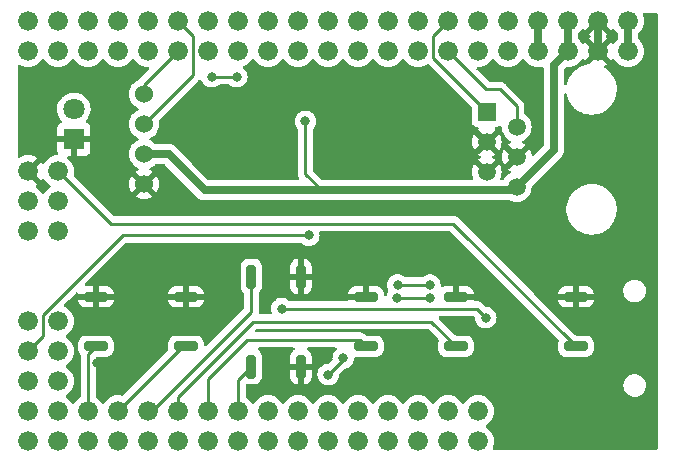
<source format=gbr>
%TF.GenerationSoftware,KiCad,Pcbnew,(6.0.8)*%
%TF.CreationDate,2022-11-19T01:29:10-06:00*%
%TF.ProjectId,coleco-adam-ade-pro-embed-shield,636f6c65-636f-42d6-9164-616d2d616465,rev?*%
%TF.SameCoordinates,Original*%
%TF.FileFunction,Copper,L1,Top*%
%TF.FilePolarity,Positive*%
%FSLAX46Y46*%
G04 Gerber Fmt 4.6, Leading zero omitted, Abs format (unit mm)*
G04 Created by KiCad (PCBNEW (6.0.8)) date 2022-11-19 01:29:10*
%MOMM*%
%LPD*%
G01*
G04 APERTURE LIST*
G04 Aperture macros list*
%AMRoundRect*
0 Rectangle with rounded corners*
0 $1 Rounding radius*
0 $2 $3 $4 $5 $6 $7 $8 $9 X,Y pos of 4 corners*
0 Add a 4 corners polygon primitive as box body*
4,1,4,$2,$3,$4,$5,$6,$7,$8,$9,$2,$3,0*
0 Add four circle primitives for the rounded corners*
1,1,$1+$1,$2,$3*
1,1,$1+$1,$4,$5*
1,1,$1+$1,$6,$7*
1,1,$1+$1,$8,$9*
0 Add four rect primitives between the rounded corners*
20,1,$1+$1,$2,$3,$4,$5,0*
20,1,$1+$1,$4,$5,$6,$7,0*
20,1,$1+$1,$6,$7,$8,$9,0*
20,1,$1+$1,$8,$9,$2,$3,0*%
G04 Aperture macros list end*
%TA.AperFunction,ComponentPad*%
%ADD10C,1.676400*%
%TD*%
%TA.AperFunction,SMDPad,CuDef*%
%ADD11RoundRect,0.200000X0.800000X-0.200000X0.800000X0.200000X-0.800000X0.200000X-0.800000X-0.200000X0*%
%TD*%
%TA.AperFunction,SMDPad,CuDef*%
%ADD12RoundRect,0.200000X-0.200000X-0.800000X0.200000X-0.800000X0.200000X0.800000X-0.200000X0.800000X0*%
%TD*%
%TA.AperFunction,ComponentPad*%
%ADD13R,1.800000X1.800000*%
%TD*%
%TA.AperFunction,ComponentPad*%
%ADD14C,1.800000*%
%TD*%
%TA.AperFunction,ComponentPad*%
%ADD15C,1.524000*%
%TD*%
%TA.AperFunction,ComponentPad*%
%ADD16R,1.520000X1.520000*%
%TD*%
%TA.AperFunction,ComponentPad*%
%ADD17C,1.520000*%
%TD*%
%TA.AperFunction,ViaPad*%
%ADD18C,0.800000*%
%TD*%
%TA.AperFunction,Conductor*%
%ADD19C,0.250000*%
%TD*%
%TA.AperFunction,Conductor*%
%ADD20C,0.700000*%
%TD*%
G04 APERTURE END LIST*
D10*
%TO.P,U1,3V3_1,3V3*%
%TO.N,+3.3V*%
X164580000Y-67220000D03*
%TO.P,U1,3V3_2,3V3*%
X164580000Y-69760000D03*
%TO.P,U1,5V_1,5V*%
%TO.N,+5V*%
X167120000Y-67220000D03*
%TO.P,U1,5V_2,5V*%
X167120000Y-69760000D03*
%TO.P,U1,5V_3,5V*%
X121400000Y-85000000D03*
%TO.P,U1,A0,A0*%
%TO.N,unconnected-(U1-PadA0)*%
X159500000Y-102780000D03*
%TO.P,U1,A1,A1*%
%TO.N,unconnected-(U1-PadA1)*%
X159500000Y-100240000D03*
%TO.P,U1,A2,A2*%
%TO.N,unconnected-(U1-PadA2)*%
X156960000Y-102780000D03*
%TO.P,U1,A3,A3*%
%TO.N,unconnected-(U1-PadA3)*%
X156960000Y-100240000D03*
%TO.P,U1,A4,A4*%
%TO.N,unconnected-(U1-PadA4)*%
X154420000Y-102780000D03*
%TO.P,U1,A5,A5*%
%TO.N,unconnected-(U1-PadA5)*%
X154420000Y-100240000D03*
%TO.P,U1,A6,A6*%
%TO.N,unconnected-(U1-PadA6)*%
X151880000Y-102780000D03*
%TO.P,U1,A7,A7*%
%TO.N,unconnected-(U1-PadA7)*%
X151880000Y-100240000D03*
%TO.P,U1,A8,A8*%
%TO.N,unconnected-(U1-PadA8)*%
X149340000Y-102780000D03*
%TO.P,U1,A9,A9*%
%TO.N,unconnected-(U1-PadA9)*%
X149340000Y-100240000D03*
%TO.P,U1,A10,A10*%
%TO.N,unconnected-(U1-PadA10)*%
X146800000Y-102780000D03*
%TO.P,U1,A11,A11*%
%TO.N,unconnected-(U1-PadA11)*%
X146800000Y-100240000D03*
%TO.P,U1,A12,A12*%
%TO.N,unconnected-(U1-PadA12)*%
X144260000Y-102780000D03*
%TO.P,U1,A13,A13*%
%TO.N,unconnected-(U1-PadA13)*%
X144260000Y-100240000D03*
%TO.P,U1,A14,A14*%
%TO.N,unconnected-(U1-PadA14)*%
X141720000Y-102780000D03*
%TO.P,U1,A15,A15*%
%TO.N,unconnected-(U1-PadA15)*%
X141720000Y-100240000D03*
%TO.P,U1,AREF,AREF*%
%TO.N,unconnected-(U1-PadAREF)*%
X162040000Y-69760000D03*
%TO.P,U1,D2,D2*%
%TO.N,/AdamNetReset*%
X156960000Y-69760000D03*
%TO.P,U1,D3,D3*%
%TO.N,/AdamNetRx*%
X156960000Y-67220000D03*
%TO.P,U1,D4,D4*%
%TO.N,unconnected-(U1-PadD4)*%
X154420000Y-69760000D03*
%TO.P,U1,D5,D5*%
%TO.N,unconnected-(U1-PadD5)*%
X154420000Y-67220000D03*
%TO.P,U1,D6,D6*%
%TO.N,unconnected-(U1-PadD6)*%
X151880000Y-69760000D03*
%TO.P,U1,D7,D7*%
%TO.N,unconnected-(U1-PadD7)*%
X151880000Y-67220000D03*
%TO.P,U1,D8,D8*%
%TO.N,unconnected-(U1-PadD8)*%
X149340000Y-69760000D03*
%TO.P,U1,D9,D9*%
%TO.N,unconnected-(U1-PadD9)*%
X149340000Y-67220000D03*
%TO.P,U1,D10,D10*%
%TO.N,unconnected-(U1-PadD10)*%
X146800000Y-69760000D03*
%TO.P,U1,D11,D11*%
%TO.N,unconnected-(U1-PadD11)*%
X146800000Y-67220000D03*
%TO.P,U1,D12,D12*%
%TO.N,unconnected-(U1-PadD12)*%
X144260000Y-69760000D03*
%TO.P,U1,D13,D13*%
%TO.N,/D13*%
X144260000Y-67220000D03*
%TO.P,U1,D14,D14*%
%TO.N,unconnected-(U1-PadD14)*%
X141720000Y-69760000D03*
%TO.P,U1,D15,D15*%
%TO.N,unconnected-(U1-PadD15)*%
X141720000Y-67220000D03*
%TO.P,U1,D16,D16*%
%TO.N,unconnected-(U1-PadD16)*%
X139180000Y-69760000D03*
%TO.P,U1,D17,D17*%
%TO.N,unconnected-(U1-PadD17)*%
X139180000Y-67220000D03*
%TO.P,U1,D18,D18*%
%TO.N,unconnected-(U1-PadD18)*%
X136640000Y-69760000D03*
%TO.P,U1,D19,D19*%
%TO.N,/AdamNetTx*%
X136640000Y-67220000D03*
%TO.P,U1,D20,D20*%
%TO.N,/D20*%
X134100000Y-69760000D03*
%TO.P,U1,D21,D21*%
%TO.N,/D21*%
X134100000Y-67220000D03*
%TO.P,U1,D22,D22*%
%TO.N,unconnected-(U1-PadD22)*%
X131560000Y-69760000D03*
%TO.P,U1,D23,D23*%
%TO.N,unconnected-(U1-PadD23)*%
X131560000Y-67220000D03*
%TO.P,U1,D24,D24*%
%TO.N,unconnected-(U1-PadD24)*%
X129020000Y-69760000D03*
%TO.P,U1,D25,D25*%
%TO.N,unconnected-(U1-PadD25)*%
X129020000Y-67220000D03*
%TO.P,U1,D26,D26*%
%TO.N,unconnected-(U1-PadD26)*%
X126480000Y-69760000D03*
%TO.P,U1,D27,D27*%
%TO.N,unconnected-(U1-PadD27)*%
X126480000Y-67220000D03*
%TO.P,U1,D28,D28*%
%TO.N,unconnected-(U1-PadD28)*%
X123940000Y-69760000D03*
%TO.P,U1,D29,D29*%
%TO.N,unconnected-(U1-PadD29)*%
X123940000Y-67220000D03*
%TO.P,U1,D30,D30*%
%TO.N,unconnected-(U1-PadD30)*%
X121400000Y-69760000D03*
%TO.P,U1,D31,D31*%
%TO.N,unconnected-(U1-PadD31)*%
X121400000Y-67220000D03*
%TO.P,U1,D32,D32*%
%TO.N,unconnected-(U1-PadD32)*%
X139180000Y-102780000D03*
%TO.P,U1,D33,D33*%
%TO.N,/D33*%
X139180000Y-100240000D03*
%TO.P,U1,D34,D34*%
%TO.N,unconnected-(U1-PadD34)*%
X136640000Y-102780000D03*
%TO.P,U1,D35,D35*%
%TO.N,/D35*%
X136640000Y-100240000D03*
%TO.P,U1,D36,D36*%
%TO.N,unconnected-(U1-PadD36)*%
X134100000Y-102780000D03*
%TO.P,U1,D37,D37*%
%TO.N,/D37*%
X134100000Y-100240000D03*
%TO.P,U1,D38,D38*%
%TO.N,unconnected-(U1-PadD38)*%
X131560000Y-102780000D03*
%TO.P,U1,D39,D39*%
%TO.N,/D39*%
X131560000Y-100240000D03*
%TO.P,U1,D40,D40*%
%TO.N,unconnected-(U1-PadD40)*%
X129020000Y-102780000D03*
%TO.P,U1,D41,D41*%
%TO.N,/D41*%
X129020000Y-100240000D03*
%TO.P,U1,D42,D42*%
%TO.N,unconnected-(U1-PadD42)*%
X126480000Y-102780000D03*
%TO.P,U1,D43,D43*%
%TO.N,/D43*%
X126480000Y-100240000D03*
%TO.P,U1,D44,D44*%
%TO.N,unconnected-(U1-PadD44)*%
X123940000Y-102780000D03*
%TO.P,U1,D45,D45*%
%TO.N,unconnected-(U1-PadD45)*%
X123940000Y-100240000D03*
%TO.P,U1,D46,D46*%
%TO.N,unconnected-(U1-PadD46)*%
X121400000Y-102780000D03*
%TO.P,U1,D47,D47*%
%TO.N,unconnected-(U1-PadD47)*%
X121400000Y-100240000D03*
%TO.P,U1,D48,D48*%
%TO.N,unconnected-(U1-PadD48)*%
X121400000Y-97700000D03*
%TO.P,U1,D49,D49*%
%TO.N,unconnected-(U1-PadD49)*%
X123940000Y-97700000D03*
%TO.P,U1,D50,D50*%
%TO.N,/MISO*%
X121400000Y-95160000D03*
%TO.P,U1,D51,D51*%
%TO.N,/MOSI*%
X123940000Y-95160000D03*
%TO.P,U1,D52,D52*%
%TO.N,/SCK*%
X121400000Y-92620000D03*
%TO.P,U1,D53,D53*%
%TO.N,/CS*%
X123940000Y-92620000D03*
%TO.P,U1,GND_1,GND*%
%TO.N,GND*%
X169660000Y-67220000D03*
%TO.P,U1,GND_2,GND*%
X169660000Y-69760000D03*
%TO.P,U1,GND_3,GND*%
X121400000Y-79920000D03*
%TO.P,U1,MISO,MISO*%
%TO.N,unconnected-(U1-PadMISO)*%
X123940000Y-85000000D03*
%TO.P,U1,MOSI,MOSI*%
%TO.N,unconnected-(U1-PadMOSI)*%
X121400000Y-82460000D03*
%TO.P,U1,RESET,RESET*%
%TO.N,/RESET*%
X123940000Y-79920000D03*
%TO.P,U1,RST,RST*%
%TO.N,unconnected-(U1-PadRST)*%
X162040000Y-67220000D03*
%TO.P,U1,RX,RX*%
%TO.N,unconnected-(U1-PadRX)*%
X159500000Y-69760000D03*
%TO.P,U1,SCK,SCK*%
%TO.N,unconnected-(U1-PadSCK)*%
X123940000Y-82460000D03*
%TO.P,U1,TX,TX*%
%TO.N,unconnected-(U1-PadTX)*%
X159500000Y-67220000D03*
%TO.P,U1,VIN_1,VIN*%
%TO.N,Net-(U1-PadVIN_1)*%
X172200000Y-67220000D03*
%TO.P,U1,VIN_2,VIN*%
X172200000Y-69760000D03*
%TD*%
D11*
%TO.P,SW2,1,1*%
%TO.N,/D41*%
X134775000Y-94759200D03*
%TO.P,SW2,2,2*%
%TO.N,GND*%
X134775000Y-90559200D03*
%TD*%
D12*
%TO.P,SW3,1,1*%
%TO.N,/D39*%
X140295000Y-88849200D03*
%TO.P,SW3,2,2*%
%TO.N,GND*%
X144495000Y-88849200D03*
%TD*%
D11*
%TO.P,SW6,1,1*%
%TO.N,/D37*%
X157635000Y-94759200D03*
%TO.P,SW6,2,2*%
%TO.N,GND*%
X157635000Y-90559200D03*
%TD*%
D13*
%TO.P,D1,1,K*%
%TO.N,GND*%
X125272800Y-77221000D03*
D14*
%TO.P,D1,2,A*%
%TO.N,Net-(D1-Pad2)*%
X125272800Y-74681000D03*
%TD*%
D11*
%TO.P,SW7,1,1*%
%TO.N,/RESET*%
X167795000Y-94759200D03*
%TO.P,SW7,2,2*%
%TO.N,GND*%
X167795000Y-90559200D03*
%TD*%
%TO.P,SW5,1,1*%
%TO.N,/D35*%
X150015000Y-94759200D03*
%TO.P,SW5,2,2*%
%TO.N,GND*%
X150015000Y-90559200D03*
%TD*%
%TO.P,SW1,1,1*%
%TO.N,/D43*%
X127155000Y-94759200D03*
%TO.P,SW1,2,2*%
%TO.N,GND*%
X127155000Y-90559200D03*
%TD*%
D15*
%TO.P,U2,4,SDA*%
%TO.N,/D20*%
X131220000Y-73400000D03*
%TO.P,U2,3,SCL*%
%TO.N,/D21*%
X131220000Y-75940000D03*
%TO.P,U2,2,VCC*%
%TO.N,+5V*%
X131220000Y-78480000D03*
%TO.P,U2,1,GND*%
%TO.N,GND*%
X131220000Y-81020000D03*
%TD*%
D12*
%TO.P,SW4,1,1*%
%TO.N,/D33*%
X140295000Y-96469200D03*
%TO.P,SW4,2,2*%
%TO.N,GND*%
X144495000Y-96469200D03*
%TD*%
D16*
%TO.P,J2,1*%
%TO.N,/AdamNetRx*%
X160225600Y-74909600D03*
D17*
%TO.P,J2,2*%
%TO.N,/AdamNetReset*%
X162765600Y-76179600D03*
%TO.P,J2,3*%
%TO.N,GND*%
X160225600Y-77449600D03*
%TO.P,J2,4*%
X162765600Y-78719600D03*
%TO.P,J2,5*%
X160225600Y-79989600D03*
%TO.P,J2,6*%
%TO.N,+5V*%
X162765600Y-81259600D03*
%TD*%
D18*
%TO.N,GND*%
X127254000Y-92710000D03*
X127254000Y-96139000D03*
X138303000Y-90678000D03*
%TO.N,+5V*%
X144881600Y-75717400D03*
%TO.N,Net-(D1-Pad2)*%
X136931400Y-71932800D03*
X139065000Y-71932800D03*
%TO.N,Net-(P1-Pad2)*%
X146812000Y-97155000D03*
X148082000Y-95758000D03*
%TO.N,Net-(P1-Pad5)*%
X142875000Y-91567000D03*
X160147000Y-92329000D03*
%TO.N,/MISO*%
X145161000Y-85344000D03*
X155448000Y-90652600D03*
X152654000Y-90652600D03*
%TO.N,Net-(P1-Pad8)*%
X152679400Y-89560400D03*
X155422600Y-89560400D03*
%TD*%
D19*
%TO.N,/MISO*%
X129413000Y-85344000D02*
X145161000Y-85344000D01*
X122656600Y-92100400D02*
X129413000Y-85344000D01*
X122656600Y-93903400D02*
X122656600Y-92100400D01*
X121400000Y-95160000D02*
X122656600Y-93903400D01*
%TO.N,/AdamNetRx*%
X155702000Y-70358000D02*
X160225600Y-74881600D01*
X155702000Y-68478000D02*
X155702000Y-70358000D01*
X156960000Y-67220000D02*
X155702000Y-68478000D01*
D20*
%TO.N,Net-(U1-PadVIN_1)*%
X172200000Y-67220000D02*
X172200000Y-69760000D01*
D19*
%TO.N,/D33*%
X140295000Y-96469200D02*
X139180000Y-97584200D01*
X139180000Y-97584200D02*
X139180000Y-100240000D01*
%TO.N,/D35*%
X150015000Y-94759200D02*
X149464400Y-94208600D01*
X149464400Y-94208600D02*
X139928600Y-94208600D01*
X136640000Y-97497200D02*
X136640000Y-100240000D01*
X139928600Y-94208600D02*
X136640000Y-97497200D01*
%TO.N,/D37*%
X157635000Y-94759200D02*
X155535000Y-92659200D01*
X155535000Y-92659200D02*
X140462000Y-92659200D01*
X140462000Y-92659200D02*
X134100000Y-99021200D01*
X134100000Y-99021200D02*
X134100000Y-100240000D01*
%TO.N,/D43*%
X127155000Y-94759200D02*
X126480000Y-95434200D01*
X126480000Y-95434200D02*
X126480000Y-100240000D01*
%TO.N,/D41*%
X134500800Y-94759200D02*
X129020000Y-100240000D01*
X134775000Y-94759200D02*
X134500800Y-94759200D01*
%TO.N,/D39*%
X140295000Y-88849200D02*
X140295000Y-91835600D01*
X131890600Y-100240000D02*
X131560000Y-100240000D01*
X140295000Y-91835600D02*
X131890600Y-100240000D01*
%TO.N,/AdamNetRx*%
X160225600Y-74909600D02*
X160225600Y-74881600D01*
%TO.N,/AdamNetReset*%
X161340800Y-72999600D02*
X162765600Y-74424400D01*
X156960000Y-69760000D02*
X156960000Y-69787200D01*
X162765600Y-74424400D02*
X162765600Y-76179600D01*
X160172400Y-72999600D02*
X161340800Y-72999600D01*
X156960000Y-69787200D02*
X160172400Y-72999600D01*
D20*
%TO.N,GND*%
X169660000Y-67220000D02*
X169660000Y-69760000D01*
%TO.N,+5V*%
X165912800Y-70967200D02*
X165912800Y-78112400D01*
X167120000Y-67220000D02*
X167120000Y-69760000D01*
X146278600Y-81534000D02*
X136347200Y-81534000D01*
X162765600Y-81259600D02*
X162491200Y-81534000D01*
X165912800Y-78112400D02*
X162765600Y-81259600D01*
X167120000Y-69760000D02*
X165912800Y-70967200D01*
D19*
X144881600Y-75717400D02*
X144881600Y-80137000D01*
D20*
X162491200Y-81534000D02*
X146278600Y-81534000D01*
D19*
X144881600Y-80137000D02*
X146278600Y-81534000D01*
D20*
X133293200Y-78480000D02*
X131220000Y-78480000D01*
X136347200Y-81534000D02*
X133293200Y-78480000D01*
D19*
%TO.N,/RESET*%
X128390000Y-84370000D02*
X157405800Y-84370000D01*
X157405800Y-84370000D02*
X167795000Y-94759200D01*
X123940000Y-79920000D02*
X128390000Y-84370000D01*
%TO.N,/D21*%
X135356600Y-68476600D02*
X135356600Y-71803400D01*
X134100000Y-67220000D02*
X135356600Y-68476600D01*
X135356600Y-71803400D02*
X131220000Y-75940000D01*
%TO.N,/D20*%
X134100000Y-69760000D02*
X131220000Y-72640000D01*
X131220000Y-72640000D02*
X131220000Y-73400000D01*
%TO.N,Net-(D1-Pad2)*%
X136931400Y-71932800D02*
X139065000Y-71932800D01*
D20*
%TO.N,+3.3V*%
X164580000Y-67220000D02*
X164580000Y-69760000D01*
D19*
%TO.N,Net-(P1-Pad2)*%
X148082000Y-95885000D02*
X146812000Y-97155000D01*
X148082000Y-95758000D02*
X148082000Y-95885000D01*
%TO.N,Net-(P1-Pad5)*%
X142875000Y-91567000D02*
X159385000Y-91567000D01*
X159385000Y-91567000D02*
X160147000Y-92329000D01*
%TO.N,/MISO*%
X155448000Y-90652600D02*
X152654000Y-90652600D01*
%TO.N,Net-(P1-Pad8)*%
X155422600Y-89560400D02*
X152679400Y-89560400D01*
%TD*%
%TA.AperFunction,Conductor*%
%TO.N,GND*%
G36*
X174633621Y-66528502D02*
G01*
X174680114Y-66582158D01*
X174691500Y-66634500D01*
X174691500Y-103365500D01*
X174671498Y-103433621D01*
X174617842Y-103480114D01*
X174565500Y-103491500D01*
X160851922Y-103491500D01*
X160783801Y-103471498D01*
X160737308Y-103417842D01*
X160727204Y-103347568D01*
X160737727Y-103312250D01*
X160767995Y-103247340D01*
X160767996Y-103247338D01*
X160770318Y-103242358D01*
X160831306Y-103014745D01*
X160851844Y-102780000D01*
X160831306Y-102545255D01*
X160770318Y-102317642D01*
X160692184Y-102150083D01*
X160673054Y-102109059D01*
X160673052Y-102109056D01*
X160670731Y-102104078D01*
X160535573Y-101911051D01*
X160368949Y-101744427D01*
X160181555Y-101613213D01*
X160137226Y-101557756D01*
X160129917Y-101487137D01*
X160161947Y-101423776D01*
X160181555Y-101406787D01*
X160364437Y-101278732D01*
X160368949Y-101275573D01*
X160535573Y-101108949D01*
X160670731Y-100915922D01*
X160688776Y-100877226D01*
X160767995Y-100707340D01*
X160767996Y-100707338D01*
X160770318Y-100702358D01*
X160831306Y-100474745D01*
X160851844Y-100240000D01*
X160831306Y-100005255D01*
X160770318Y-99777642D01*
X160692184Y-99610083D01*
X160673054Y-99569059D01*
X160673052Y-99569056D01*
X160670731Y-99564078D01*
X160535573Y-99371051D01*
X160368949Y-99204427D01*
X160175922Y-99069269D01*
X160170944Y-99066948D01*
X160170941Y-99066946D01*
X159967340Y-98972005D01*
X159967338Y-98972004D01*
X159962358Y-98969682D01*
X159957050Y-98968260D01*
X159957048Y-98968259D01*
X159740060Y-98910118D01*
X159740059Y-98910118D01*
X159734745Y-98908694D01*
X159500000Y-98888156D01*
X159265255Y-98908694D01*
X159259941Y-98910118D01*
X159259940Y-98910118D01*
X159042952Y-98968259D01*
X159042950Y-98968260D01*
X159037642Y-98969682D01*
X159032662Y-98972004D01*
X159032660Y-98972005D01*
X158829059Y-99066946D01*
X158829056Y-99066948D01*
X158824078Y-99069269D01*
X158631051Y-99204427D01*
X158464427Y-99371051D01*
X158461268Y-99375563D01*
X158333213Y-99558445D01*
X158277756Y-99602774D01*
X158207137Y-99610083D01*
X158143776Y-99578053D01*
X158126787Y-99558445D01*
X157998732Y-99375563D01*
X157995573Y-99371051D01*
X157828949Y-99204427D01*
X157635922Y-99069269D01*
X157630944Y-99066948D01*
X157630941Y-99066946D01*
X157427340Y-98972005D01*
X157427338Y-98972004D01*
X157422358Y-98969682D01*
X157417050Y-98968260D01*
X157417048Y-98968259D01*
X157200060Y-98910118D01*
X157200059Y-98910118D01*
X157194745Y-98908694D01*
X156960000Y-98888156D01*
X156725255Y-98908694D01*
X156719941Y-98910118D01*
X156719940Y-98910118D01*
X156502952Y-98968259D01*
X156502950Y-98968260D01*
X156497642Y-98969682D01*
X156492662Y-98972004D01*
X156492660Y-98972005D01*
X156289059Y-99066946D01*
X156289056Y-99066948D01*
X156284078Y-99069269D01*
X156091051Y-99204427D01*
X155924427Y-99371051D01*
X155921268Y-99375563D01*
X155793213Y-99558445D01*
X155737756Y-99602774D01*
X155667137Y-99610083D01*
X155603776Y-99578053D01*
X155586787Y-99558445D01*
X155458732Y-99375563D01*
X155455573Y-99371051D01*
X155288949Y-99204427D01*
X155095922Y-99069269D01*
X155090944Y-99066948D01*
X155090941Y-99066946D01*
X154887340Y-98972005D01*
X154887338Y-98972004D01*
X154882358Y-98969682D01*
X154877050Y-98968260D01*
X154877048Y-98968259D01*
X154660060Y-98910118D01*
X154660059Y-98910118D01*
X154654745Y-98908694D01*
X154420000Y-98888156D01*
X154185255Y-98908694D01*
X154179941Y-98910118D01*
X154179940Y-98910118D01*
X153962952Y-98968259D01*
X153962950Y-98968260D01*
X153957642Y-98969682D01*
X153952662Y-98972004D01*
X153952660Y-98972005D01*
X153749059Y-99066946D01*
X153749056Y-99066948D01*
X153744078Y-99069269D01*
X153551051Y-99204427D01*
X153384427Y-99371051D01*
X153381268Y-99375563D01*
X153253213Y-99558445D01*
X153197756Y-99602774D01*
X153127137Y-99610083D01*
X153063776Y-99578053D01*
X153046787Y-99558445D01*
X152918732Y-99375563D01*
X152915573Y-99371051D01*
X152748949Y-99204427D01*
X152555922Y-99069269D01*
X152550944Y-99066948D01*
X152550941Y-99066946D01*
X152347340Y-98972005D01*
X152347338Y-98972004D01*
X152342358Y-98969682D01*
X152337050Y-98968260D01*
X152337048Y-98968259D01*
X152120060Y-98910118D01*
X152120059Y-98910118D01*
X152114745Y-98908694D01*
X151880000Y-98888156D01*
X151645255Y-98908694D01*
X151639941Y-98910118D01*
X151639940Y-98910118D01*
X151422952Y-98968259D01*
X151422950Y-98968260D01*
X151417642Y-98969682D01*
X151412662Y-98972004D01*
X151412660Y-98972005D01*
X151209059Y-99066946D01*
X151209056Y-99066948D01*
X151204078Y-99069269D01*
X151011051Y-99204427D01*
X150844427Y-99371051D01*
X150841268Y-99375563D01*
X150713213Y-99558445D01*
X150657756Y-99602774D01*
X150587137Y-99610083D01*
X150523776Y-99578053D01*
X150506787Y-99558445D01*
X150378732Y-99375563D01*
X150375573Y-99371051D01*
X150208949Y-99204427D01*
X150015922Y-99069269D01*
X150010944Y-99066948D01*
X150010941Y-99066946D01*
X149807340Y-98972005D01*
X149807338Y-98972004D01*
X149802358Y-98969682D01*
X149797050Y-98968260D01*
X149797048Y-98968259D01*
X149580060Y-98910118D01*
X149580059Y-98910118D01*
X149574745Y-98908694D01*
X149340000Y-98888156D01*
X149105255Y-98908694D01*
X149099941Y-98910118D01*
X149099940Y-98910118D01*
X148882952Y-98968259D01*
X148882950Y-98968260D01*
X148877642Y-98969682D01*
X148872662Y-98972004D01*
X148872660Y-98972005D01*
X148669059Y-99066946D01*
X148669056Y-99066948D01*
X148664078Y-99069269D01*
X148471051Y-99204427D01*
X148304427Y-99371051D01*
X148301268Y-99375563D01*
X148173213Y-99558445D01*
X148117756Y-99602774D01*
X148047137Y-99610083D01*
X147983776Y-99578053D01*
X147966787Y-99558445D01*
X147838732Y-99375563D01*
X147835573Y-99371051D01*
X147668949Y-99204427D01*
X147475922Y-99069269D01*
X147470944Y-99066948D01*
X147470941Y-99066946D01*
X147267340Y-98972005D01*
X147267338Y-98972004D01*
X147262358Y-98969682D01*
X147257050Y-98968260D01*
X147257048Y-98968259D01*
X147040060Y-98910118D01*
X147040059Y-98910118D01*
X147034745Y-98908694D01*
X146800000Y-98888156D01*
X146565255Y-98908694D01*
X146559941Y-98910118D01*
X146559940Y-98910118D01*
X146342952Y-98968259D01*
X146342950Y-98968260D01*
X146337642Y-98969682D01*
X146332662Y-98972004D01*
X146332660Y-98972005D01*
X146129059Y-99066946D01*
X146129056Y-99066948D01*
X146124078Y-99069269D01*
X145931051Y-99204427D01*
X145764427Y-99371051D01*
X145761268Y-99375563D01*
X145633213Y-99558445D01*
X145577756Y-99602774D01*
X145507137Y-99610083D01*
X145443776Y-99578053D01*
X145426787Y-99558445D01*
X145298732Y-99375563D01*
X145295573Y-99371051D01*
X145128949Y-99204427D01*
X144935922Y-99069269D01*
X144930944Y-99066948D01*
X144930941Y-99066946D01*
X144727340Y-98972005D01*
X144727338Y-98972004D01*
X144722358Y-98969682D01*
X144717050Y-98968260D01*
X144717048Y-98968259D01*
X144500060Y-98910118D01*
X144500059Y-98910118D01*
X144494745Y-98908694D01*
X144260000Y-98888156D01*
X144025255Y-98908694D01*
X144019941Y-98910118D01*
X144019940Y-98910118D01*
X143802952Y-98968259D01*
X143802950Y-98968260D01*
X143797642Y-98969682D01*
X143792662Y-98972004D01*
X143792660Y-98972005D01*
X143589059Y-99066946D01*
X143589056Y-99066948D01*
X143584078Y-99069269D01*
X143391051Y-99204427D01*
X143224427Y-99371051D01*
X143221268Y-99375563D01*
X143093213Y-99558445D01*
X143037756Y-99602774D01*
X142967137Y-99610083D01*
X142903776Y-99578053D01*
X142886787Y-99558445D01*
X142758732Y-99375563D01*
X142755573Y-99371051D01*
X142588949Y-99204427D01*
X142395922Y-99069269D01*
X142390944Y-99066948D01*
X142390941Y-99066946D01*
X142187340Y-98972005D01*
X142187338Y-98972004D01*
X142182358Y-98969682D01*
X142177050Y-98968260D01*
X142177048Y-98968259D01*
X141960060Y-98910118D01*
X141960059Y-98910118D01*
X141954745Y-98908694D01*
X141720000Y-98888156D01*
X141485255Y-98908694D01*
X141479941Y-98910118D01*
X141479940Y-98910118D01*
X141262952Y-98968259D01*
X141262950Y-98968260D01*
X141257642Y-98969682D01*
X141252662Y-98972004D01*
X141252660Y-98972005D01*
X141049059Y-99066946D01*
X141049056Y-99066948D01*
X141044078Y-99069269D01*
X140851051Y-99204427D01*
X140684427Y-99371051D01*
X140681268Y-99375563D01*
X140553213Y-99558445D01*
X140497756Y-99602774D01*
X140427137Y-99610083D01*
X140363776Y-99578053D01*
X140346787Y-99558445D01*
X140218732Y-99375563D01*
X140215573Y-99371051D01*
X140048949Y-99204427D01*
X139867230Y-99077187D01*
X139822901Y-99021730D01*
X139813500Y-98973974D01*
X139813500Y-98118464D01*
X171796907Y-98118464D01*
X171826025Y-98310999D01*
X171828228Y-98316985D01*
X171828229Y-98316991D01*
X171891060Y-98487760D01*
X171891062Y-98487765D01*
X171893263Y-98493746D01*
X171995874Y-98659240D01*
X172129666Y-98800722D01*
X172289175Y-98912411D01*
X172295038Y-98914948D01*
X172462025Y-98987210D01*
X172462029Y-98987211D01*
X172467884Y-98989745D01*
X172474131Y-98991050D01*
X172474134Y-98991051D01*
X172653757Y-99028576D01*
X172653762Y-99028577D01*
X172658493Y-99029565D01*
X172664885Y-99029900D01*
X172807863Y-99029900D01*
X172877151Y-99022862D01*
X172946578Y-99015810D01*
X172946579Y-99015810D01*
X172952927Y-99015165D01*
X173009261Y-98997511D01*
X173132651Y-98958844D01*
X173132656Y-98958842D01*
X173138741Y-98956935D01*
X173261956Y-98888635D01*
X173303471Y-98865623D01*
X173303474Y-98865621D01*
X173309050Y-98862530D01*
X173313891Y-98858381D01*
X173313895Y-98858378D01*
X173452055Y-98739960D01*
X173456898Y-98735809D01*
X173474574Y-98713022D01*
X173572331Y-98586994D01*
X173576246Y-98581947D01*
X173580726Y-98572844D01*
X173659400Y-98412956D01*
X173662218Y-98407229D01*
X173668906Y-98381555D01*
X173709692Y-98224975D01*
X173709692Y-98224972D01*
X173711302Y-98218793D01*
X173719441Y-98063500D01*
X173721159Y-98030717D01*
X173721159Y-98030713D01*
X173721493Y-98024336D01*
X173692375Y-97831801D01*
X173690172Y-97825815D01*
X173690171Y-97825809D01*
X173627340Y-97655040D01*
X173627338Y-97655035D01*
X173625137Y-97649054D01*
X173535305Y-97504170D01*
X173525888Y-97488982D01*
X173525887Y-97488981D01*
X173522526Y-97483560D01*
X173388734Y-97342078D01*
X173383432Y-97338365D01*
X173234459Y-97234054D01*
X173229225Y-97230389D01*
X173166164Y-97203100D01*
X173056375Y-97155590D01*
X173056371Y-97155589D01*
X173050516Y-97153055D01*
X173044269Y-97151750D01*
X173044266Y-97151749D01*
X172864643Y-97114224D01*
X172864638Y-97114223D01*
X172859907Y-97113235D01*
X172853515Y-97112900D01*
X172710537Y-97112900D01*
X172641249Y-97119938D01*
X172571822Y-97126990D01*
X172571821Y-97126990D01*
X172565473Y-97127635D01*
X172511040Y-97144693D01*
X172385749Y-97183956D01*
X172385744Y-97183958D01*
X172379659Y-97185865D01*
X172325605Y-97215828D01*
X172214929Y-97277177D01*
X172214926Y-97277179D01*
X172209350Y-97280270D01*
X172204509Y-97284419D01*
X172204505Y-97284422D01*
X172094899Y-97378366D01*
X172061502Y-97406991D01*
X171942154Y-97560853D01*
X171939338Y-97566576D01*
X171939336Y-97566579D01*
X171870991Y-97705475D01*
X171856182Y-97735571D01*
X171854573Y-97741749D01*
X171854572Y-97741751D01*
X171829567Y-97837749D01*
X171807098Y-97924007D01*
X171804298Y-97977434D01*
X171799788Y-98063500D01*
X171796907Y-98118464D01*
X139813500Y-98118464D01*
X139813500Y-98093638D01*
X139833502Y-98025517D01*
X139887158Y-97979024D01*
X139962746Y-97970266D01*
X139964938Y-97970953D01*
X140038365Y-97977700D01*
X140041263Y-97977700D01*
X140295665Y-97977699D01*
X140551634Y-97977699D01*
X140554492Y-97977436D01*
X140554501Y-97977436D01*
X140590004Y-97974174D01*
X140625062Y-97970953D01*
X140633030Y-97968456D01*
X140781450Y-97921944D01*
X140781452Y-97921943D01*
X140788699Y-97919672D01*
X140935381Y-97830839D01*
X141056639Y-97709581D01*
X141145472Y-97562899D01*
X141151353Y-97544135D01*
X141176072Y-97465255D01*
X141196753Y-97399262D01*
X141203500Y-97325835D01*
X141203500Y-97322905D01*
X143587001Y-97322905D01*
X143587264Y-97328654D01*
X143593132Y-97392515D01*
X143595743Y-97405551D01*
X143642715Y-97555443D01*
X143648921Y-97569188D01*
X143729824Y-97702774D01*
X143739131Y-97714643D01*
X143849557Y-97825069D01*
X143861426Y-97834376D01*
X143995012Y-97915279D01*
X144008757Y-97921485D01*
X144158644Y-97968456D01*
X144171694Y-97971069D01*
X144226586Y-97976113D01*
X144238124Y-97972725D01*
X144239329Y-97971335D01*
X144241000Y-97963652D01*
X144241000Y-97959084D01*
X144749000Y-97959084D01*
X144753475Y-97974323D01*
X144754865Y-97975528D01*
X144759294Y-97976491D01*
X144818315Y-97971068D01*
X144831351Y-97968457D01*
X144981243Y-97921485D01*
X144994988Y-97915279D01*
X145128574Y-97834376D01*
X145140443Y-97825069D01*
X145250869Y-97714643D01*
X145260176Y-97702774D01*
X145341079Y-97569188D01*
X145347285Y-97555443D01*
X145394256Y-97405556D01*
X145396869Y-97392506D01*
X145402734Y-97328679D01*
X145403000Y-97322891D01*
X145403000Y-96741315D01*
X145398525Y-96726076D01*
X145397135Y-96724871D01*
X145389452Y-96723200D01*
X144767115Y-96723200D01*
X144751876Y-96727675D01*
X144750671Y-96729065D01*
X144749000Y-96736748D01*
X144749000Y-97959084D01*
X144241000Y-97959084D01*
X144241000Y-96741315D01*
X144236525Y-96726076D01*
X144235135Y-96724871D01*
X144227452Y-96723200D01*
X143605116Y-96723200D01*
X143589877Y-96727675D01*
X143588672Y-96729065D01*
X143587001Y-96736748D01*
X143587001Y-97322905D01*
X141203500Y-97322905D01*
X141203499Y-95612566D01*
X141203234Y-95609672D01*
X141198834Y-95561794D01*
X141196753Y-95539138D01*
X141154703Y-95404957D01*
X141147744Y-95382750D01*
X141147743Y-95382748D01*
X141145472Y-95375501D01*
X141056639Y-95228819D01*
X140935381Y-95107561D01*
X140883062Y-95075875D01*
X140835156Y-95023479D01*
X140823182Y-94953500D01*
X140850943Y-94888156D01*
X140909624Y-94848193D01*
X140948333Y-94842100D01*
X143842632Y-94842100D01*
X143910753Y-94862102D01*
X143957246Y-94915758D01*
X143967350Y-94986032D01*
X143937856Y-95050612D01*
X143907903Y-95075876D01*
X143861429Y-95104021D01*
X143849557Y-95113331D01*
X143739131Y-95223757D01*
X143729824Y-95235626D01*
X143648921Y-95369212D01*
X143642715Y-95382957D01*
X143595744Y-95532844D01*
X143593131Y-95545894D01*
X143587266Y-95609721D01*
X143587000Y-95615509D01*
X143587000Y-96197085D01*
X143591475Y-96212324D01*
X143592865Y-96213529D01*
X143600548Y-96215200D01*
X145384884Y-96215200D01*
X145400123Y-96210725D01*
X145401328Y-96209335D01*
X145402999Y-96201652D01*
X145402999Y-95615495D01*
X145402736Y-95609746D01*
X145396868Y-95545885D01*
X145394257Y-95532849D01*
X145347285Y-95382957D01*
X145341079Y-95369212D01*
X145260176Y-95235626D01*
X145250869Y-95223757D01*
X145140443Y-95113331D01*
X145128571Y-95104021D01*
X145082097Y-95075876D01*
X145034190Y-95023479D01*
X145022217Y-94953499D01*
X145049978Y-94888155D01*
X145108660Y-94848193D01*
X145147368Y-94842100D01*
X147409208Y-94842100D01*
X147477329Y-94862102D01*
X147523822Y-94915758D01*
X147533926Y-94986032D01*
X147504432Y-95050612D01*
X147483270Y-95070035D01*
X147476094Y-95075249D01*
X147470747Y-95079134D01*
X147466326Y-95084044D01*
X147466325Y-95084045D01*
X147455880Y-95095646D01*
X147342960Y-95221056D01*
X147247473Y-95386444D01*
X147188458Y-95568072D01*
X147187768Y-95574633D01*
X147187768Y-95574635D01*
X147177987Y-95667699D01*
X147168496Y-95758000D01*
X147169186Y-95764565D01*
X147169186Y-95764567D01*
X147175966Y-95829080D01*
X147163193Y-95898918D01*
X147139751Y-95931344D01*
X146861500Y-96209595D01*
X146799188Y-96243621D01*
X146772405Y-96246500D01*
X146716513Y-96246500D01*
X146710061Y-96247872D01*
X146710056Y-96247872D01*
X146623112Y-96266353D01*
X146529712Y-96286206D01*
X146523682Y-96288891D01*
X146523681Y-96288891D01*
X146361278Y-96361197D01*
X146361276Y-96361198D01*
X146355248Y-96363882D01*
X146200747Y-96476134D01*
X146072960Y-96618056D01*
X145977473Y-96783444D01*
X145918458Y-96965072D01*
X145917768Y-96971633D01*
X145917768Y-96971635D01*
X145900170Y-97139074D01*
X145898496Y-97155000D01*
X145899186Y-97161565D01*
X145916748Y-97328654D01*
X145918458Y-97344928D01*
X145977473Y-97526556D01*
X145980776Y-97532278D01*
X145980777Y-97532279D01*
X145994654Y-97556314D01*
X146072960Y-97691944D01*
X146077378Y-97696851D01*
X146077379Y-97696852D01*
X146082711Y-97702774D01*
X146200747Y-97833866D01*
X146355248Y-97946118D01*
X146361276Y-97948802D01*
X146361278Y-97948803D01*
X146523681Y-98021109D01*
X146529712Y-98023794D01*
X146623112Y-98043647D01*
X146710056Y-98062128D01*
X146710061Y-98062128D01*
X146716513Y-98063500D01*
X146907487Y-98063500D01*
X146913939Y-98062128D01*
X146913944Y-98062128D01*
X147000887Y-98043647D01*
X147094288Y-98023794D01*
X147100319Y-98021109D01*
X147262722Y-97948803D01*
X147262724Y-97948802D01*
X147268752Y-97946118D01*
X147423253Y-97833866D01*
X147541289Y-97702774D01*
X147546621Y-97696852D01*
X147546622Y-97696851D01*
X147551040Y-97691944D01*
X147629346Y-97556314D01*
X147643223Y-97532279D01*
X147643224Y-97532278D01*
X147646527Y-97526556D01*
X147705542Y-97344928D01*
X147707253Y-97328654D01*
X147719841Y-97208879D01*
X147722907Y-97179706D01*
X147749920Y-97114050D01*
X147759122Y-97103782D01*
X148175118Y-96687786D01*
X148238015Y-96653635D01*
X148364288Y-96626794D01*
X148394938Y-96613148D01*
X148532722Y-96551803D01*
X148532724Y-96551802D01*
X148538752Y-96549118D01*
X148693253Y-96436866D01*
X148788817Y-96330731D01*
X148816621Y-96299852D01*
X148816622Y-96299851D01*
X148821040Y-96294944D01*
X148916527Y-96129556D01*
X148975542Y-95947928D01*
X148988034Y-95829080D01*
X148993463Y-95777421D01*
X149020476Y-95711765D01*
X149078698Y-95671135D01*
X149130301Y-95665121D01*
X149149140Y-95666852D01*
X149155479Y-95667435D01*
X149155483Y-95667435D01*
X149158365Y-95667700D01*
X149161263Y-95667700D01*
X150017222Y-95667699D01*
X150871634Y-95667699D01*
X150874492Y-95667436D01*
X150874501Y-95667436D01*
X150910004Y-95664174D01*
X150945062Y-95660953D01*
X150951447Y-95658952D01*
X151101450Y-95611944D01*
X151101452Y-95611943D01*
X151108699Y-95609672D01*
X151255381Y-95520839D01*
X151376639Y-95399581D01*
X151465472Y-95252899D01*
X151516753Y-95089262D01*
X151523500Y-95015835D01*
X151523499Y-94502566D01*
X151523234Y-94499674D01*
X151517364Y-94435792D01*
X151516753Y-94429138D01*
X151473479Y-94291051D01*
X151467744Y-94272750D01*
X151467743Y-94272748D01*
X151465472Y-94265501D01*
X151376639Y-94118819D01*
X151255381Y-93997561D01*
X151108699Y-93908728D01*
X151101452Y-93906457D01*
X151101450Y-93906456D01*
X151035164Y-93885683D01*
X150945062Y-93857447D01*
X150871635Y-93850700D01*
X150826272Y-93850700D01*
X150055037Y-93850701D01*
X149986916Y-93830699D01*
X149959388Y-93806291D01*
X149956400Y-93801582D01*
X149906748Y-93754956D01*
X149903907Y-93752202D01*
X149884170Y-93732465D01*
X149880973Y-93729985D01*
X149871951Y-93722280D01*
X149845500Y-93697441D01*
X149839721Y-93692014D01*
X149832775Y-93688195D01*
X149832772Y-93688193D01*
X149821966Y-93682252D01*
X149805447Y-93671401D01*
X149804983Y-93671041D01*
X149789441Y-93658986D01*
X149782172Y-93655841D01*
X149782168Y-93655838D01*
X149748863Y-93641426D01*
X149738213Y-93636209D01*
X149699460Y-93614905D01*
X149679837Y-93609867D01*
X149661134Y-93603463D01*
X149649820Y-93598567D01*
X149649819Y-93598567D01*
X149642545Y-93595419D01*
X149634722Y-93594180D01*
X149634712Y-93594177D01*
X149598876Y-93588501D01*
X149587256Y-93586095D01*
X149552111Y-93577072D01*
X149552110Y-93577072D01*
X149544430Y-93575100D01*
X149524176Y-93575100D01*
X149504465Y-93573549D01*
X149492286Y-93571620D01*
X149484457Y-93570380D01*
X149476565Y-93571126D01*
X149440439Y-93574541D01*
X149428581Y-93575100D01*
X140746194Y-93575100D01*
X140678073Y-93555098D01*
X140631580Y-93501442D01*
X140621476Y-93431168D01*
X140650970Y-93366588D01*
X140657099Y-93360005D01*
X140687499Y-93329605D01*
X140749811Y-93295579D01*
X140776594Y-93292700D01*
X155220406Y-93292700D01*
X155288527Y-93312702D01*
X155309501Y-93329605D01*
X156145094Y-94165198D01*
X156179120Y-94227510D01*
X156176233Y-94291970D01*
X156133247Y-94429138D01*
X156126500Y-94502565D01*
X156126501Y-95015834D01*
X156126764Y-95018692D01*
X156126764Y-95018701D01*
X156129696Y-95050612D01*
X156133247Y-95089262D01*
X156135246Y-95095640D01*
X156135246Y-95095641D01*
X156176982Y-95228819D01*
X156184528Y-95252899D01*
X156273361Y-95399581D01*
X156394619Y-95520839D01*
X156541301Y-95609672D01*
X156548548Y-95611943D01*
X156548550Y-95611944D01*
X156614836Y-95632717D01*
X156704938Y-95660953D01*
X156778365Y-95667700D01*
X156781263Y-95667700D01*
X157637222Y-95667699D01*
X158491634Y-95667699D01*
X158494492Y-95667436D01*
X158494501Y-95667436D01*
X158530004Y-95664174D01*
X158565062Y-95660953D01*
X158571447Y-95658952D01*
X158721450Y-95611944D01*
X158721452Y-95611943D01*
X158728699Y-95609672D01*
X158875381Y-95520839D01*
X158996639Y-95399581D01*
X159085472Y-95252899D01*
X159136753Y-95089262D01*
X159143500Y-95015835D01*
X159143499Y-94502566D01*
X159143234Y-94499674D01*
X159137364Y-94435792D01*
X159136753Y-94429138D01*
X159093479Y-94291051D01*
X159087744Y-94272750D01*
X159087743Y-94272748D01*
X159085472Y-94265501D01*
X158996639Y-94118819D01*
X158875381Y-93997561D01*
X158728699Y-93908728D01*
X158721452Y-93906457D01*
X158721450Y-93906456D01*
X158655164Y-93885683D01*
X158565062Y-93857447D01*
X158491635Y-93850700D01*
X158445908Y-93850700D01*
X157674596Y-93850701D01*
X157606475Y-93830699D01*
X157585501Y-93813796D01*
X156187300Y-92415595D01*
X156153274Y-92353283D01*
X156158339Y-92282468D01*
X156200886Y-92225632D01*
X156267406Y-92200821D01*
X156276395Y-92200500D01*
X159070406Y-92200500D01*
X159138527Y-92220502D01*
X159159501Y-92237405D01*
X159199878Y-92277782D01*
X159233904Y-92340094D01*
X159236092Y-92353703D01*
X159253458Y-92518928D01*
X159312473Y-92700556D01*
X159407960Y-92865944D01*
X159535747Y-93007866D01*
X159690248Y-93120118D01*
X159696276Y-93122802D01*
X159696278Y-93122803D01*
X159858681Y-93195109D01*
X159864712Y-93197794D01*
X159958113Y-93217647D01*
X160045056Y-93236128D01*
X160045061Y-93236128D01*
X160051513Y-93237500D01*
X160242487Y-93237500D01*
X160248939Y-93236128D01*
X160248944Y-93236128D01*
X160335887Y-93217647D01*
X160429288Y-93197794D01*
X160435319Y-93195109D01*
X160597722Y-93122803D01*
X160597724Y-93122802D01*
X160603752Y-93120118D01*
X160758253Y-93007866D01*
X160886040Y-92865944D01*
X160981527Y-92700556D01*
X161040542Y-92518928D01*
X161054016Y-92390735D01*
X161059814Y-92335565D01*
X161060504Y-92329000D01*
X161040542Y-92139072D01*
X160981527Y-91957444D01*
X160886040Y-91792056D01*
X160758253Y-91650134D01*
X160643829Y-91567000D01*
X160609094Y-91541763D01*
X160609093Y-91541762D01*
X160603752Y-91537882D01*
X160597724Y-91535198D01*
X160597722Y-91535197D01*
X160435319Y-91462891D01*
X160435318Y-91462891D01*
X160429288Y-91460206D01*
X160335887Y-91440353D01*
X160248944Y-91421872D01*
X160248939Y-91421872D01*
X160242487Y-91420500D01*
X160186595Y-91420500D01*
X160118474Y-91400498D01*
X160097500Y-91383595D01*
X159888652Y-91174747D01*
X159881112Y-91166461D01*
X159877000Y-91159982D01*
X159827348Y-91113356D01*
X159824507Y-91110602D01*
X159804770Y-91090865D01*
X159801573Y-91088385D01*
X159792551Y-91080680D01*
X159766100Y-91055841D01*
X159760321Y-91050414D01*
X159753375Y-91046595D01*
X159753372Y-91046593D01*
X159742566Y-91040652D01*
X159726047Y-91029801D01*
X159720048Y-91025148D01*
X159710041Y-91017386D01*
X159702772Y-91014241D01*
X159702768Y-91014238D01*
X159669463Y-90999826D01*
X159658813Y-90994609D01*
X159620060Y-90973305D01*
X159600437Y-90968267D01*
X159581734Y-90961863D01*
X159570420Y-90956967D01*
X159570419Y-90956967D01*
X159563145Y-90953819D01*
X159555322Y-90952580D01*
X159555312Y-90952577D01*
X159519476Y-90946901D01*
X159507856Y-90944495D01*
X159472711Y-90935472D01*
X159472710Y-90935472D01*
X159465030Y-90933500D01*
X159444776Y-90933500D01*
X159425065Y-90931949D01*
X159412886Y-90930020D01*
X159405057Y-90928780D01*
X159397165Y-90929526D01*
X159361039Y-90932941D01*
X159349181Y-90933500D01*
X159267326Y-90933500D01*
X159199205Y-90913498D01*
X159152712Y-90859842D01*
X159146430Y-90842997D01*
X159138526Y-90816076D01*
X159137135Y-90814871D01*
X159129452Y-90813200D01*
X157507000Y-90813200D01*
X157438879Y-90793198D01*
X157392386Y-90739542D01*
X157381000Y-90687200D01*
X157381000Y-90287085D01*
X157889000Y-90287085D01*
X157893475Y-90302324D01*
X157894865Y-90303529D01*
X157902548Y-90305200D01*
X159124884Y-90305200D01*
X159140123Y-90300725D01*
X159141328Y-90299335D01*
X159142291Y-90294906D01*
X159136868Y-90235885D01*
X159134257Y-90222849D01*
X159087285Y-90072957D01*
X159081079Y-90059212D01*
X159000176Y-89925626D01*
X158990869Y-89913757D01*
X158880443Y-89803331D01*
X158868574Y-89794024D01*
X158734988Y-89713121D01*
X158721243Y-89706915D01*
X158571356Y-89659944D01*
X158558306Y-89657331D01*
X158494479Y-89651466D01*
X158488691Y-89651200D01*
X157907115Y-89651200D01*
X157891876Y-89655675D01*
X157890671Y-89657065D01*
X157889000Y-89664748D01*
X157889000Y-90287085D01*
X157381000Y-90287085D01*
X157381000Y-89669316D01*
X157376525Y-89654077D01*
X157375135Y-89652872D01*
X157367452Y-89651201D01*
X156781295Y-89651201D01*
X156775546Y-89651464D01*
X156711685Y-89657332D01*
X156698649Y-89659943D01*
X156548757Y-89706915D01*
X156535006Y-89713124D01*
X156522550Y-89720667D01*
X156453920Y-89738845D01*
X156386357Y-89717033D01*
X156341312Y-89662156D01*
X156331971Y-89599720D01*
X156336104Y-89560400D01*
X156331717Y-89518664D01*
X156316832Y-89377035D01*
X156316832Y-89377033D01*
X156316142Y-89370472D01*
X156257127Y-89188844D01*
X156161640Y-89023456D01*
X156033853Y-88881534D01*
X155879352Y-88769282D01*
X155873324Y-88766598D01*
X155873322Y-88766597D01*
X155710919Y-88694291D01*
X155710918Y-88694291D01*
X155704888Y-88691606D01*
X155611488Y-88671753D01*
X155524544Y-88653272D01*
X155524539Y-88653272D01*
X155518087Y-88651900D01*
X155327113Y-88651900D01*
X155320661Y-88653272D01*
X155320656Y-88653272D01*
X155233712Y-88671753D01*
X155140312Y-88691606D01*
X155134282Y-88694291D01*
X155134281Y-88694291D01*
X154971878Y-88766597D01*
X154971876Y-88766598D01*
X154965848Y-88769282D01*
X154811347Y-88881534D01*
X154806932Y-88886437D01*
X154802020Y-88890860D01*
X154800895Y-88889611D01*
X154747586Y-88922451D01*
X154714400Y-88926900D01*
X153387600Y-88926900D01*
X153319479Y-88906898D01*
X153300253Y-88890557D01*
X153299980Y-88890860D01*
X153295068Y-88886437D01*
X153290653Y-88881534D01*
X153136152Y-88769282D01*
X153130124Y-88766598D01*
X153130122Y-88766597D01*
X152967719Y-88694291D01*
X152967718Y-88694291D01*
X152961688Y-88691606D01*
X152868288Y-88671753D01*
X152781344Y-88653272D01*
X152781339Y-88653272D01*
X152774887Y-88651900D01*
X152583913Y-88651900D01*
X152577461Y-88653272D01*
X152577456Y-88653272D01*
X152490512Y-88671753D01*
X152397112Y-88691606D01*
X152391082Y-88694291D01*
X152391081Y-88694291D01*
X152228678Y-88766597D01*
X152228676Y-88766598D01*
X152222648Y-88769282D01*
X152068147Y-88881534D01*
X151940360Y-89023456D01*
X151844873Y-89188844D01*
X151785858Y-89370472D01*
X151785168Y-89377033D01*
X151785168Y-89377035D01*
X151770283Y-89518664D01*
X151765896Y-89560400D01*
X151766586Y-89566962D01*
X151766586Y-89566965D01*
X151784957Y-89741751D01*
X151785858Y-89750328D01*
X151844873Y-89931956D01*
X151848176Y-89937678D01*
X151848177Y-89937679D01*
X151896573Y-90021503D01*
X151913311Y-90090498D01*
X151896573Y-90147503D01*
X151845546Y-90235885D01*
X151819473Y-90281044D01*
X151780481Y-90401049D01*
X151768832Y-90436900D01*
X151728758Y-90495505D01*
X151663361Y-90523142D01*
X151593405Y-90511035D01*
X151541099Y-90463029D01*
X151522999Y-90397963D01*
X151522999Y-90305495D01*
X151522736Y-90299746D01*
X151516868Y-90235885D01*
X151514257Y-90222849D01*
X151467285Y-90072957D01*
X151461079Y-90059212D01*
X151380176Y-89925626D01*
X151370869Y-89913757D01*
X151260443Y-89803331D01*
X151248574Y-89794024D01*
X151114988Y-89713121D01*
X151101243Y-89706915D01*
X150951356Y-89659944D01*
X150938306Y-89657331D01*
X150874479Y-89651466D01*
X150868691Y-89651200D01*
X150287115Y-89651200D01*
X150271876Y-89655675D01*
X150270671Y-89657065D01*
X150269000Y-89664748D01*
X150269000Y-90687200D01*
X150248998Y-90755321D01*
X150195342Y-90801814D01*
X150143000Y-90813200D01*
X148525116Y-90813200D01*
X148509877Y-90817675D01*
X148508672Y-90819065D01*
X148505362Y-90834282D01*
X148471337Y-90896595D01*
X148409025Y-90930620D01*
X148382241Y-90933500D01*
X143583200Y-90933500D01*
X143515079Y-90913498D01*
X143495853Y-90897157D01*
X143495580Y-90897460D01*
X143490668Y-90893037D01*
X143486253Y-90888134D01*
X143445298Y-90858378D01*
X143337094Y-90779763D01*
X143337093Y-90779762D01*
X143331752Y-90775882D01*
X143325724Y-90773198D01*
X143325722Y-90773197D01*
X143163319Y-90700891D01*
X143163318Y-90700891D01*
X143157288Y-90698206D01*
X143063887Y-90678353D01*
X142976944Y-90659872D01*
X142976939Y-90659872D01*
X142970487Y-90658500D01*
X142779513Y-90658500D01*
X142773061Y-90659872D01*
X142773056Y-90659872D01*
X142686113Y-90678353D01*
X142592712Y-90698206D01*
X142586682Y-90700891D01*
X142586681Y-90700891D01*
X142424278Y-90773197D01*
X142424276Y-90773198D01*
X142418248Y-90775882D01*
X142412907Y-90779762D01*
X142412906Y-90779763D01*
X142390441Y-90796085D01*
X142263747Y-90888134D01*
X142259326Y-90893044D01*
X142259325Y-90893045D01*
X142150203Y-91014238D01*
X142135960Y-91030056D01*
X142040473Y-91195444D01*
X141981458Y-91377072D01*
X141980768Y-91383633D01*
X141980768Y-91383635D01*
X141962186Y-91560435D01*
X141961496Y-91567000D01*
X141962186Y-91573565D01*
X141969826Y-91646251D01*
X141981458Y-91756928D01*
X142015197Y-91860765D01*
X142017225Y-91931731D01*
X141980563Y-91992529D01*
X141916850Y-92023854D01*
X141895364Y-92025700D01*
X141054500Y-92025700D01*
X140986379Y-92005698D01*
X140939886Y-91952042D01*
X140928500Y-91899700D01*
X140928500Y-91895369D01*
X140930051Y-91875658D01*
X140931979Y-91863485D01*
X140933219Y-91855657D01*
X140929059Y-91811646D01*
X140928500Y-91799789D01*
X140928500Y-90269910D01*
X140948502Y-90201789D01*
X140965405Y-90180815D01*
X141056639Y-90089581D01*
X141145472Y-89942899D01*
X141148902Y-89931956D01*
X141194752Y-89785646D01*
X141196753Y-89779262D01*
X141203500Y-89705835D01*
X141203500Y-89702905D01*
X143587001Y-89702905D01*
X143587264Y-89708654D01*
X143593132Y-89772515D01*
X143595743Y-89785551D01*
X143642715Y-89935443D01*
X143648921Y-89949188D01*
X143729824Y-90082774D01*
X143739131Y-90094643D01*
X143849557Y-90205069D01*
X143861426Y-90214376D01*
X143995012Y-90295279D01*
X144008757Y-90301485D01*
X144158644Y-90348456D01*
X144171694Y-90351069D01*
X144226586Y-90356113D01*
X144238124Y-90352725D01*
X144239329Y-90351335D01*
X144241000Y-90343652D01*
X144241000Y-90339084D01*
X144749000Y-90339084D01*
X144753475Y-90354323D01*
X144754865Y-90355528D01*
X144759294Y-90356491D01*
X144818315Y-90351068D01*
X144831351Y-90348457D01*
X144981243Y-90301485D01*
X144994988Y-90295279D01*
X145002407Y-90290786D01*
X148508087Y-90290786D01*
X148511475Y-90302324D01*
X148512865Y-90303529D01*
X148520548Y-90305200D01*
X149742885Y-90305200D01*
X149758124Y-90300725D01*
X149759329Y-90299335D01*
X149761000Y-90291652D01*
X149761000Y-89669316D01*
X149756525Y-89654077D01*
X149755135Y-89652872D01*
X149747452Y-89651201D01*
X149161295Y-89651201D01*
X149155546Y-89651464D01*
X149091685Y-89657332D01*
X149078649Y-89659943D01*
X148928757Y-89706915D01*
X148915012Y-89713121D01*
X148781426Y-89794024D01*
X148769557Y-89803331D01*
X148659131Y-89913757D01*
X148649824Y-89925626D01*
X148568921Y-90059212D01*
X148562715Y-90072957D01*
X148515744Y-90222844D01*
X148513131Y-90235894D01*
X148508087Y-90290786D01*
X145002407Y-90290786D01*
X145128574Y-90214376D01*
X145140443Y-90205069D01*
X145250869Y-90094643D01*
X145260176Y-90082774D01*
X145341079Y-89949188D01*
X145347285Y-89935443D01*
X145394256Y-89785556D01*
X145396869Y-89772506D01*
X145402734Y-89708679D01*
X145403000Y-89702891D01*
X145403000Y-89121315D01*
X145398525Y-89106076D01*
X145397135Y-89104871D01*
X145389452Y-89103200D01*
X144767115Y-89103200D01*
X144751876Y-89107675D01*
X144750671Y-89109065D01*
X144749000Y-89116748D01*
X144749000Y-90339084D01*
X144241000Y-90339084D01*
X144241000Y-89121315D01*
X144236525Y-89106076D01*
X144235135Y-89104871D01*
X144227452Y-89103200D01*
X143605116Y-89103200D01*
X143589877Y-89107675D01*
X143588672Y-89109065D01*
X143587001Y-89116748D01*
X143587001Y-89702905D01*
X141203500Y-89702905D01*
X141203499Y-88577085D01*
X143587000Y-88577085D01*
X143591475Y-88592324D01*
X143592865Y-88593529D01*
X143600548Y-88595200D01*
X144222885Y-88595200D01*
X144238124Y-88590725D01*
X144239329Y-88589335D01*
X144241000Y-88581652D01*
X144241000Y-88577085D01*
X144749000Y-88577085D01*
X144753475Y-88592324D01*
X144754865Y-88593529D01*
X144762548Y-88595200D01*
X145384884Y-88595200D01*
X145400123Y-88590725D01*
X145401328Y-88589335D01*
X145402999Y-88581652D01*
X145402999Y-87995495D01*
X145402736Y-87989746D01*
X145396868Y-87925885D01*
X145394257Y-87912849D01*
X145347285Y-87762957D01*
X145341079Y-87749212D01*
X145260176Y-87615626D01*
X145250869Y-87603757D01*
X145140443Y-87493331D01*
X145128574Y-87484024D01*
X144994988Y-87403121D01*
X144981243Y-87396915D01*
X144831356Y-87349944D01*
X144818306Y-87347331D01*
X144763414Y-87342287D01*
X144751876Y-87345675D01*
X144750671Y-87347065D01*
X144749000Y-87354748D01*
X144749000Y-88577085D01*
X144241000Y-88577085D01*
X144241000Y-87359316D01*
X144236525Y-87344077D01*
X144235135Y-87342872D01*
X144230706Y-87341909D01*
X144171685Y-87347332D01*
X144158649Y-87349943D01*
X144008757Y-87396915D01*
X143995012Y-87403121D01*
X143861426Y-87484024D01*
X143849557Y-87493331D01*
X143739131Y-87603757D01*
X143729824Y-87615626D01*
X143648921Y-87749212D01*
X143642715Y-87762957D01*
X143595744Y-87912844D01*
X143593131Y-87925894D01*
X143587266Y-87989721D01*
X143587000Y-87995509D01*
X143587000Y-88577085D01*
X141203499Y-88577085D01*
X141203499Y-87992566D01*
X141203234Y-87989674D01*
X141199974Y-87954196D01*
X141196753Y-87919138D01*
X141145472Y-87755501D01*
X141056639Y-87608819D01*
X140935381Y-87487561D01*
X140788699Y-87398728D01*
X140781452Y-87396457D01*
X140781450Y-87396456D01*
X140715164Y-87375683D01*
X140625062Y-87347447D01*
X140551635Y-87340700D01*
X140548737Y-87340700D01*
X140294335Y-87340701D01*
X140038366Y-87340701D01*
X140035508Y-87340964D01*
X140035499Y-87340964D01*
X140001619Y-87344077D01*
X139964938Y-87347447D01*
X139958560Y-87349446D01*
X139958559Y-87349446D01*
X139808550Y-87396456D01*
X139808548Y-87396457D01*
X139801301Y-87398728D01*
X139654619Y-87487561D01*
X139533361Y-87608819D01*
X139444528Y-87755501D01*
X139393247Y-87919138D01*
X139386500Y-87992565D01*
X139386501Y-89705834D01*
X139386764Y-89708692D01*
X139386764Y-89708701D01*
X139388707Y-89729844D01*
X139393247Y-89779262D01*
X139395246Y-89785640D01*
X139395246Y-89785641D01*
X139441099Y-89931956D01*
X139444528Y-89942899D01*
X139533361Y-90089581D01*
X139624595Y-90180815D01*
X139658621Y-90243127D01*
X139661500Y-90269910D01*
X139661500Y-91521005D01*
X139641498Y-91589126D01*
X139624595Y-91610100D01*
X136498594Y-94736101D01*
X136436282Y-94770127D01*
X136365467Y-94765062D01*
X136308631Y-94722515D01*
X136283820Y-94655995D01*
X136283499Y-94647006D01*
X136283499Y-94502566D01*
X136283234Y-94499674D01*
X136277364Y-94435792D01*
X136276753Y-94429138D01*
X136233479Y-94291051D01*
X136227744Y-94272750D01*
X136227743Y-94272748D01*
X136225472Y-94265501D01*
X136136639Y-94118819D01*
X136015381Y-93997561D01*
X135868699Y-93908728D01*
X135861452Y-93906457D01*
X135861450Y-93906456D01*
X135795164Y-93885683D01*
X135705062Y-93857447D01*
X135631635Y-93850700D01*
X135628737Y-93850700D01*
X134772778Y-93850701D01*
X133918366Y-93850701D01*
X133915508Y-93850964D01*
X133915499Y-93850964D01*
X133879996Y-93854226D01*
X133844938Y-93857447D01*
X133838560Y-93859446D01*
X133838559Y-93859446D01*
X133688550Y-93906456D01*
X133688548Y-93906457D01*
X133681301Y-93908728D01*
X133534619Y-93997561D01*
X133413361Y-94118819D01*
X133324528Y-94265501D01*
X133322257Y-94272748D01*
X133322256Y-94272750D01*
X133316521Y-94291051D01*
X133273247Y-94429138D01*
X133266500Y-94502565D01*
X133266501Y-95015834D01*
X133266764Y-95018697D01*
X133266765Y-95018718D01*
X133267974Y-95031874D01*
X133254289Y-95101539D01*
X133231598Y-95132498D01*
X129464438Y-98899657D01*
X129402126Y-98933683D01*
X129342733Y-98932269D01*
X129260063Y-98910119D01*
X129260064Y-98910119D01*
X129254745Y-98908694D01*
X129020000Y-98888156D01*
X128785255Y-98908694D01*
X128779941Y-98910118D01*
X128779940Y-98910118D01*
X128562952Y-98968259D01*
X128562950Y-98968260D01*
X128557642Y-98969682D01*
X128552662Y-98972004D01*
X128552660Y-98972005D01*
X128349059Y-99066946D01*
X128349056Y-99066948D01*
X128344078Y-99069269D01*
X128151051Y-99204427D01*
X127984427Y-99371051D01*
X127981268Y-99375563D01*
X127853213Y-99558445D01*
X127797756Y-99602774D01*
X127727137Y-99610083D01*
X127663776Y-99578053D01*
X127646787Y-99558445D01*
X127518732Y-99375563D01*
X127515573Y-99371051D01*
X127348949Y-99204427D01*
X127167230Y-99077187D01*
X127122901Y-99021730D01*
X127113500Y-98973974D01*
X127113500Y-95793700D01*
X127133502Y-95725579D01*
X127187158Y-95679086D01*
X127239500Y-95667700D01*
X127986569Y-95667699D01*
X128011634Y-95667699D01*
X128014492Y-95667436D01*
X128014501Y-95667436D01*
X128050004Y-95664174D01*
X128085062Y-95660953D01*
X128091447Y-95658952D01*
X128241450Y-95611944D01*
X128241452Y-95611943D01*
X128248699Y-95609672D01*
X128395381Y-95520839D01*
X128516639Y-95399581D01*
X128605472Y-95252899D01*
X128656753Y-95089262D01*
X128663500Y-95015835D01*
X128663499Y-94502566D01*
X128663234Y-94499674D01*
X128657364Y-94435792D01*
X128656753Y-94429138D01*
X128613479Y-94291051D01*
X128607744Y-94272750D01*
X128607743Y-94272748D01*
X128605472Y-94265501D01*
X128516639Y-94118819D01*
X128395381Y-93997561D01*
X128248699Y-93908728D01*
X128241452Y-93906457D01*
X128241450Y-93906456D01*
X128175164Y-93885683D01*
X128085062Y-93857447D01*
X128011635Y-93850700D01*
X128008737Y-93850700D01*
X127152778Y-93850701D01*
X126298366Y-93850701D01*
X126295508Y-93850964D01*
X126295499Y-93850964D01*
X126259996Y-93854226D01*
X126224938Y-93857447D01*
X126218560Y-93859446D01*
X126218559Y-93859446D01*
X126068550Y-93906456D01*
X126068548Y-93906457D01*
X126061301Y-93908728D01*
X125914619Y-93997561D01*
X125793361Y-94118819D01*
X125704528Y-94265501D01*
X125702257Y-94272748D01*
X125702256Y-94272750D01*
X125696521Y-94291051D01*
X125653247Y-94429138D01*
X125646500Y-94502565D01*
X125646501Y-95015834D01*
X125646764Y-95018692D01*
X125646764Y-95018701D01*
X125649696Y-95050612D01*
X125653247Y-95089262D01*
X125655246Y-95095640D01*
X125655246Y-95095641D01*
X125696982Y-95228819D01*
X125704528Y-95252899D01*
X125793361Y-95399581D01*
X125809595Y-95415815D01*
X125843621Y-95478127D01*
X125846500Y-95504910D01*
X125846500Y-98973974D01*
X125826498Y-99042095D01*
X125792770Y-99077187D01*
X125611051Y-99204427D01*
X125444427Y-99371051D01*
X125441268Y-99375563D01*
X125313213Y-99558445D01*
X125257756Y-99602774D01*
X125187137Y-99610083D01*
X125123776Y-99578053D01*
X125106787Y-99558445D01*
X124978732Y-99375563D01*
X124975573Y-99371051D01*
X124808949Y-99204427D01*
X124621555Y-99073213D01*
X124577226Y-99017756D01*
X124569917Y-98947137D01*
X124601947Y-98883776D01*
X124621555Y-98866787D01*
X124722528Y-98796085D01*
X124808949Y-98735573D01*
X124975573Y-98568949D01*
X125110731Y-98375922D01*
X125128776Y-98337226D01*
X125207995Y-98167340D01*
X125207996Y-98167338D01*
X125210318Y-98162358D01*
X125220387Y-98124782D01*
X125269882Y-97940060D01*
X125269882Y-97940059D01*
X125271306Y-97934745D01*
X125291844Y-97700000D01*
X125271306Y-97465255D01*
X125267145Y-97449724D01*
X125211741Y-97242952D01*
X125211740Y-97242950D01*
X125210318Y-97237642D01*
X125185284Y-97183956D01*
X125113054Y-97029059D01*
X125113052Y-97029056D01*
X125110731Y-97024078D01*
X124975573Y-96831051D01*
X124808949Y-96664427D01*
X124621555Y-96533213D01*
X124577226Y-96477756D01*
X124569917Y-96407137D01*
X124601947Y-96343776D01*
X124621555Y-96326787D01*
X124740329Y-96243621D01*
X124808949Y-96195573D01*
X124975573Y-96028949D01*
X125110731Y-95835922D01*
X125113922Y-95829080D01*
X125207995Y-95627340D01*
X125207996Y-95627338D01*
X125210318Y-95622358D01*
X125213109Y-95611944D01*
X125269882Y-95400060D01*
X125269882Y-95400059D01*
X125271306Y-95394745D01*
X125291844Y-95160000D01*
X125271306Y-94925255D01*
X125261647Y-94889206D01*
X125211741Y-94702952D01*
X125211740Y-94702950D01*
X125210318Y-94697642D01*
X125119352Y-94502565D01*
X125113054Y-94489059D01*
X125113052Y-94489056D01*
X125110731Y-94484078D01*
X124975573Y-94291051D01*
X124808949Y-94124427D01*
X124635442Y-94002937D01*
X124621555Y-93993213D01*
X124577226Y-93937756D01*
X124569917Y-93867137D01*
X124601947Y-93803776D01*
X124621555Y-93786787D01*
X124770847Y-93682252D01*
X124808949Y-93655573D01*
X124975573Y-93488949D01*
X125110731Y-93295922D01*
X125155850Y-93199166D01*
X125207995Y-93087340D01*
X125207996Y-93087338D01*
X125210318Y-93082358D01*
X125229238Y-93011749D01*
X125269882Y-92860060D01*
X125269882Y-92860059D01*
X125271306Y-92854745D01*
X125291844Y-92620000D01*
X125271306Y-92385255D01*
X125254474Y-92322435D01*
X125211741Y-92162952D01*
X125211740Y-92162950D01*
X125210318Y-92157642D01*
X125148792Y-92025700D01*
X125113054Y-91949059D01*
X125113052Y-91949056D01*
X125110731Y-91944078D01*
X124975573Y-91751051D01*
X124808949Y-91584427D01*
X124615922Y-91449269D01*
X124610944Y-91446948D01*
X124610941Y-91446946D01*
X124497835Y-91394204D01*
X124444550Y-91347287D01*
X124425089Y-91279009D01*
X124445631Y-91211049D01*
X124461990Y-91190914D01*
X124829410Y-90823494D01*
X125647709Y-90823494D01*
X125653132Y-90882515D01*
X125655743Y-90895551D01*
X125702715Y-91045443D01*
X125708921Y-91059188D01*
X125789824Y-91192774D01*
X125799131Y-91204643D01*
X125909557Y-91315069D01*
X125921426Y-91324376D01*
X126055012Y-91405279D01*
X126068757Y-91411485D01*
X126218644Y-91458456D01*
X126231694Y-91461069D01*
X126295521Y-91466934D01*
X126301309Y-91467200D01*
X126882885Y-91467200D01*
X126898124Y-91462725D01*
X126899329Y-91461335D01*
X126901000Y-91453652D01*
X126901000Y-91449084D01*
X127409000Y-91449084D01*
X127413475Y-91464323D01*
X127414865Y-91465528D01*
X127422548Y-91467199D01*
X128008705Y-91467199D01*
X128014454Y-91466936D01*
X128078315Y-91461068D01*
X128091351Y-91458457D01*
X128241243Y-91411485D01*
X128254988Y-91405279D01*
X128388574Y-91324376D01*
X128400443Y-91315069D01*
X128510869Y-91204643D01*
X128520176Y-91192774D01*
X128601079Y-91059188D01*
X128607285Y-91045443D01*
X128654256Y-90895556D01*
X128656869Y-90882506D01*
X128661913Y-90827614D01*
X128660703Y-90823494D01*
X133267709Y-90823494D01*
X133273132Y-90882515D01*
X133275743Y-90895551D01*
X133322715Y-91045443D01*
X133328921Y-91059188D01*
X133409824Y-91192774D01*
X133419131Y-91204643D01*
X133529557Y-91315069D01*
X133541426Y-91324376D01*
X133675012Y-91405279D01*
X133688757Y-91411485D01*
X133838644Y-91458456D01*
X133851694Y-91461069D01*
X133915521Y-91466934D01*
X133921309Y-91467200D01*
X134502885Y-91467200D01*
X134518124Y-91462725D01*
X134519329Y-91461335D01*
X134521000Y-91453652D01*
X134521000Y-91449084D01*
X135029000Y-91449084D01*
X135033475Y-91464323D01*
X135034865Y-91465528D01*
X135042548Y-91467199D01*
X135628705Y-91467199D01*
X135634454Y-91466936D01*
X135698315Y-91461068D01*
X135711351Y-91458457D01*
X135861243Y-91411485D01*
X135874988Y-91405279D01*
X136008574Y-91324376D01*
X136020443Y-91315069D01*
X136130869Y-91204643D01*
X136140176Y-91192774D01*
X136221079Y-91059188D01*
X136227285Y-91045443D01*
X136274256Y-90895556D01*
X136276869Y-90882506D01*
X136281913Y-90827614D01*
X136278525Y-90816076D01*
X136277135Y-90814871D01*
X136269452Y-90813200D01*
X135047115Y-90813200D01*
X135031876Y-90817675D01*
X135030671Y-90819065D01*
X135029000Y-90826748D01*
X135029000Y-91449084D01*
X134521000Y-91449084D01*
X134521000Y-90831315D01*
X134516525Y-90816076D01*
X134515135Y-90814871D01*
X134507452Y-90813200D01*
X133285116Y-90813200D01*
X133269877Y-90817675D01*
X133268672Y-90819065D01*
X133267709Y-90823494D01*
X128660703Y-90823494D01*
X128658525Y-90816076D01*
X128657135Y-90814871D01*
X128649452Y-90813200D01*
X127427115Y-90813200D01*
X127411876Y-90817675D01*
X127410671Y-90819065D01*
X127409000Y-90826748D01*
X127409000Y-91449084D01*
X126901000Y-91449084D01*
X126901000Y-90831315D01*
X126896525Y-90816076D01*
X126895135Y-90814871D01*
X126887452Y-90813200D01*
X125665116Y-90813200D01*
X125649877Y-90817675D01*
X125648672Y-90819065D01*
X125647709Y-90823494D01*
X124829410Y-90823494D01*
X125433016Y-90219888D01*
X125495328Y-90185862D01*
X125566143Y-90190927D01*
X125622979Y-90233474D01*
X125643007Y-90273485D01*
X125651475Y-90302324D01*
X125652865Y-90303529D01*
X125660548Y-90305200D01*
X126882885Y-90305200D01*
X126898124Y-90300725D01*
X126899329Y-90299335D01*
X126901000Y-90291652D01*
X126901000Y-90287085D01*
X127409000Y-90287085D01*
X127413475Y-90302324D01*
X127414865Y-90303529D01*
X127422548Y-90305200D01*
X128644884Y-90305200D01*
X128660123Y-90300725D01*
X128661328Y-90299335D01*
X128662291Y-90294906D01*
X128661912Y-90290786D01*
X133268087Y-90290786D01*
X133271475Y-90302324D01*
X133272865Y-90303529D01*
X133280548Y-90305200D01*
X134502885Y-90305200D01*
X134518124Y-90300725D01*
X134519329Y-90299335D01*
X134521000Y-90291652D01*
X134521000Y-90287085D01*
X135029000Y-90287085D01*
X135033475Y-90302324D01*
X135034865Y-90303529D01*
X135042548Y-90305200D01*
X136264884Y-90305200D01*
X136280123Y-90300725D01*
X136281328Y-90299335D01*
X136282291Y-90294906D01*
X136276868Y-90235885D01*
X136274257Y-90222849D01*
X136227285Y-90072957D01*
X136221079Y-90059212D01*
X136140176Y-89925626D01*
X136130869Y-89913757D01*
X136020443Y-89803331D01*
X136008574Y-89794024D01*
X135874988Y-89713121D01*
X135861243Y-89706915D01*
X135711356Y-89659944D01*
X135698306Y-89657331D01*
X135634479Y-89651466D01*
X135628691Y-89651200D01*
X135047115Y-89651200D01*
X135031876Y-89655675D01*
X135030671Y-89657065D01*
X135029000Y-89664748D01*
X135029000Y-90287085D01*
X134521000Y-90287085D01*
X134521000Y-89669316D01*
X134516525Y-89654077D01*
X134515135Y-89652872D01*
X134507452Y-89651201D01*
X133921295Y-89651201D01*
X133915546Y-89651464D01*
X133851685Y-89657332D01*
X133838649Y-89659943D01*
X133688757Y-89706915D01*
X133675012Y-89713121D01*
X133541426Y-89794024D01*
X133529557Y-89803331D01*
X133419131Y-89913757D01*
X133409824Y-89925626D01*
X133328921Y-90059212D01*
X133322715Y-90072957D01*
X133275744Y-90222844D01*
X133273131Y-90235894D01*
X133268087Y-90290786D01*
X128661912Y-90290786D01*
X128656868Y-90235885D01*
X128654257Y-90222849D01*
X128607285Y-90072957D01*
X128601079Y-90059212D01*
X128520176Y-89925626D01*
X128510869Y-89913757D01*
X128400443Y-89803331D01*
X128388574Y-89794024D01*
X128254988Y-89713121D01*
X128241243Y-89706915D01*
X128091356Y-89659944D01*
X128078306Y-89657331D01*
X128014479Y-89651466D01*
X128008691Y-89651200D01*
X127427115Y-89651200D01*
X127411876Y-89655675D01*
X127410671Y-89657065D01*
X127409000Y-89664748D01*
X127409000Y-90287085D01*
X126901000Y-90287085D01*
X126901000Y-89669316D01*
X126896525Y-89654077D01*
X126895135Y-89652872D01*
X126887452Y-89651201D01*
X126305893Y-89651201D01*
X126237772Y-89631199D01*
X126191279Y-89577543D01*
X126181175Y-89507269D01*
X126210669Y-89442689D01*
X126216798Y-89436106D01*
X129638499Y-86014405D01*
X129700811Y-85980379D01*
X129727594Y-85977500D01*
X144452800Y-85977500D01*
X144520921Y-85997502D01*
X144540147Y-86013843D01*
X144540420Y-86013540D01*
X144545332Y-86017963D01*
X144549747Y-86022866D01*
X144704248Y-86135118D01*
X144710276Y-86137802D01*
X144710278Y-86137803D01*
X144731409Y-86147211D01*
X144878712Y-86212794D01*
X144972113Y-86232647D01*
X145059056Y-86251128D01*
X145059061Y-86251128D01*
X145065513Y-86252500D01*
X145256487Y-86252500D01*
X145262939Y-86251128D01*
X145262944Y-86251128D01*
X145349887Y-86232647D01*
X145443288Y-86212794D01*
X145590591Y-86147211D01*
X145611722Y-86137803D01*
X145611724Y-86137802D01*
X145617752Y-86135118D01*
X145772253Y-86022866D01*
X145795091Y-85997502D01*
X145895621Y-85885852D01*
X145895622Y-85885851D01*
X145900040Y-85880944D01*
X145995527Y-85715556D01*
X146054542Y-85533928D01*
X146074504Y-85344000D01*
X146061324Y-85218595D01*
X146055233Y-85160643D01*
X146055232Y-85160640D01*
X146054542Y-85154072D01*
X146054351Y-85153484D01*
X146059582Y-85084910D01*
X146102396Y-85028276D01*
X146169033Y-85003780D01*
X146177428Y-85003500D01*
X157091206Y-85003500D01*
X157159327Y-85023502D01*
X157180301Y-85040405D01*
X166305094Y-94165198D01*
X166339120Y-94227510D01*
X166336233Y-94291970D01*
X166293247Y-94429138D01*
X166286500Y-94502565D01*
X166286501Y-95015834D01*
X166286764Y-95018692D01*
X166286764Y-95018701D01*
X166289696Y-95050612D01*
X166293247Y-95089262D01*
X166295246Y-95095640D01*
X166295246Y-95095641D01*
X166336982Y-95228819D01*
X166344528Y-95252899D01*
X166433361Y-95399581D01*
X166554619Y-95520839D01*
X166701301Y-95609672D01*
X166708548Y-95611943D01*
X166708550Y-95611944D01*
X166774836Y-95632717D01*
X166864938Y-95660953D01*
X166938365Y-95667700D01*
X166941263Y-95667700D01*
X167797222Y-95667699D01*
X168651634Y-95667699D01*
X168654492Y-95667436D01*
X168654501Y-95667436D01*
X168690004Y-95664174D01*
X168725062Y-95660953D01*
X168731447Y-95658952D01*
X168881450Y-95611944D01*
X168881452Y-95611943D01*
X168888699Y-95609672D01*
X169035381Y-95520839D01*
X169156639Y-95399581D01*
X169245472Y-95252899D01*
X169296753Y-95089262D01*
X169303500Y-95015835D01*
X169303499Y-94502566D01*
X169303234Y-94499674D01*
X169297364Y-94435792D01*
X169296753Y-94429138D01*
X169253479Y-94291051D01*
X169247744Y-94272750D01*
X169247743Y-94272748D01*
X169245472Y-94265501D01*
X169156639Y-94118819D01*
X169035381Y-93997561D01*
X168888699Y-93908728D01*
X168881452Y-93906457D01*
X168881450Y-93906456D01*
X168815164Y-93885683D01*
X168725062Y-93857447D01*
X168651635Y-93850700D01*
X168605908Y-93850700D01*
X167834595Y-93850701D01*
X167766474Y-93830699D01*
X167745500Y-93813796D01*
X164755199Y-90823494D01*
X166287709Y-90823494D01*
X166293132Y-90882515D01*
X166295743Y-90895551D01*
X166342715Y-91045443D01*
X166348921Y-91059188D01*
X166429824Y-91192774D01*
X166439131Y-91204643D01*
X166549557Y-91315069D01*
X166561426Y-91324376D01*
X166695012Y-91405279D01*
X166708757Y-91411485D01*
X166858644Y-91458456D01*
X166871694Y-91461069D01*
X166935521Y-91466934D01*
X166941309Y-91467200D01*
X167522885Y-91467200D01*
X167538124Y-91462725D01*
X167539329Y-91461335D01*
X167541000Y-91453652D01*
X167541000Y-91449084D01*
X168049000Y-91449084D01*
X168053475Y-91464323D01*
X168054865Y-91465528D01*
X168062548Y-91467199D01*
X168648705Y-91467199D01*
X168654454Y-91466936D01*
X168718315Y-91461068D01*
X168731351Y-91458457D01*
X168881243Y-91411485D01*
X168894988Y-91405279D01*
X169028574Y-91324376D01*
X169040443Y-91315069D01*
X169150869Y-91204643D01*
X169160176Y-91192774D01*
X169241079Y-91059188D01*
X169247285Y-91045443D01*
X169294256Y-90895556D01*
X169296869Y-90882506D01*
X169301913Y-90827614D01*
X169298525Y-90816076D01*
X169297135Y-90814871D01*
X169289452Y-90813200D01*
X168067115Y-90813200D01*
X168051876Y-90817675D01*
X168050671Y-90819065D01*
X168049000Y-90826748D01*
X168049000Y-91449084D01*
X167541000Y-91449084D01*
X167541000Y-90831315D01*
X167536525Y-90816076D01*
X167535135Y-90814871D01*
X167527452Y-90813200D01*
X166305116Y-90813200D01*
X166289877Y-90817675D01*
X166288672Y-90819065D01*
X166287709Y-90823494D01*
X164755199Y-90823494D01*
X164222491Y-90290786D01*
X166288087Y-90290786D01*
X166291475Y-90302324D01*
X166292865Y-90303529D01*
X166300548Y-90305200D01*
X167522885Y-90305200D01*
X167538124Y-90300725D01*
X167539329Y-90299335D01*
X167541000Y-90291652D01*
X167541000Y-90287085D01*
X168049000Y-90287085D01*
X168053475Y-90302324D01*
X168054865Y-90303529D01*
X168062548Y-90305200D01*
X169284884Y-90305200D01*
X169300123Y-90300725D01*
X169301328Y-90299335D01*
X169302291Y-90294906D01*
X169296868Y-90235885D01*
X169294257Y-90222849D01*
X169261546Y-90118464D01*
X171796907Y-90118464D01*
X171826025Y-90310999D01*
X171828228Y-90316985D01*
X171828229Y-90316991D01*
X171891060Y-90487760D01*
X171891062Y-90487765D01*
X171893263Y-90493746D01*
X171944400Y-90576221D01*
X171985301Y-90642187D01*
X171995874Y-90659240D01*
X172129666Y-90800722D01*
X172134896Y-90804384D01*
X172134897Y-90804385D01*
X172189371Y-90842528D01*
X172289175Y-90912411D01*
X172295038Y-90914948D01*
X172462025Y-90987210D01*
X172462029Y-90987211D01*
X172467884Y-90989745D01*
X172474131Y-90991050D01*
X172474134Y-90991051D01*
X172653757Y-91028576D01*
X172653762Y-91028577D01*
X172658493Y-91029565D01*
X172664885Y-91029900D01*
X172807863Y-91029900D01*
X172931062Y-91017386D01*
X172946578Y-91015810D01*
X172946579Y-91015810D01*
X172952927Y-91015165D01*
X173034043Y-90989745D01*
X173132651Y-90958844D01*
X173132656Y-90958842D01*
X173138741Y-90956935D01*
X173225675Y-90908746D01*
X173303471Y-90865623D01*
X173303474Y-90865621D01*
X173309050Y-90862530D01*
X173313891Y-90858381D01*
X173313895Y-90858378D01*
X173452055Y-90739960D01*
X173456898Y-90735809D01*
X173576246Y-90581947D01*
X173616979Y-90499168D01*
X173659400Y-90412956D01*
X173662218Y-90407229D01*
X173664632Y-90397963D01*
X173709692Y-90224975D01*
X173709692Y-90224972D01*
X173711302Y-90218793D01*
X173717792Y-90094957D01*
X173721159Y-90030717D01*
X173721159Y-90030713D01*
X173721493Y-90024336D01*
X173692375Y-89831801D01*
X173690172Y-89825815D01*
X173690171Y-89825809D01*
X173627340Y-89655040D01*
X173627338Y-89655035D01*
X173625137Y-89649054D01*
X173556314Y-89538054D01*
X173525888Y-89488982D01*
X173525887Y-89488981D01*
X173522526Y-89483560D01*
X173483877Y-89442689D01*
X173393119Y-89346715D01*
X173388734Y-89342078D01*
X173229225Y-89230389D01*
X173147744Y-89195129D01*
X173056375Y-89155590D01*
X173056371Y-89155589D01*
X173050516Y-89153055D01*
X173044269Y-89151750D01*
X173044266Y-89151749D01*
X172864643Y-89114224D01*
X172864638Y-89114223D01*
X172859907Y-89113235D01*
X172853515Y-89112900D01*
X172710537Y-89112900D01*
X172672654Y-89116748D01*
X172571822Y-89126990D01*
X172571821Y-89126990D01*
X172565473Y-89127635D01*
X172509139Y-89145289D01*
X172385749Y-89183956D01*
X172385744Y-89183958D01*
X172379659Y-89185865D01*
X172362947Y-89195129D01*
X172214929Y-89277177D01*
X172214926Y-89277179D01*
X172209350Y-89280270D01*
X172204509Y-89284419D01*
X172204505Y-89284422D01*
X172141511Y-89338415D01*
X172061502Y-89406991D01*
X171942154Y-89560853D01*
X171939338Y-89566576D01*
X171939336Y-89566579D01*
X171869404Y-89708701D01*
X171856182Y-89735571D01*
X171854573Y-89741749D01*
X171854572Y-89741751D01*
X171809142Y-89916161D01*
X171807098Y-89924007D01*
X171802696Y-90007997D01*
X171798373Y-90090498D01*
X171796907Y-90118464D01*
X169261546Y-90118464D01*
X169247285Y-90072957D01*
X169241079Y-90059212D01*
X169160176Y-89925626D01*
X169150869Y-89913757D01*
X169040443Y-89803331D01*
X169028574Y-89794024D01*
X168894988Y-89713121D01*
X168881243Y-89706915D01*
X168731356Y-89659944D01*
X168718306Y-89657331D01*
X168654479Y-89651466D01*
X168648691Y-89651200D01*
X168067115Y-89651200D01*
X168051876Y-89655675D01*
X168050671Y-89657065D01*
X168049000Y-89664748D01*
X168049000Y-90287085D01*
X167541000Y-90287085D01*
X167541000Y-89669316D01*
X167536525Y-89654077D01*
X167535135Y-89652872D01*
X167527452Y-89651201D01*
X166941295Y-89651201D01*
X166935546Y-89651464D01*
X166871685Y-89657332D01*
X166858649Y-89659943D01*
X166708757Y-89706915D01*
X166695012Y-89713121D01*
X166561426Y-89794024D01*
X166549557Y-89803331D01*
X166439131Y-89913757D01*
X166429824Y-89925626D01*
X166348921Y-90059212D01*
X166342715Y-90072957D01*
X166295744Y-90222844D01*
X166293131Y-90235894D01*
X166288087Y-90290786D01*
X164222491Y-90290786D01*
X162838603Y-88906898D01*
X157909452Y-83977747D01*
X157901912Y-83969461D01*
X157897800Y-83962982D01*
X157848148Y-83916356D01*
X157845307Y-83913602D01*
X157825570Y-83893865D01*
X157822373Y-83891385D01*
X157813351Y-83883680D01*
X157786900Y-83858841D01*
X157781121Y-83853414D01*
X157774175Y-83849595D01*
X157774172Y-83849593D01*
X157763366Y-83843652D01*
X157746847Y-83832801D01*
X157742293Y-83829269D01*
X157730841Y-83820386D01*
X157723572Y-83817241D01*
X157723568Y-83817238D01*
X157690263Y-83802826D01*
X157679613Y-83797609D01*
X157640860Y-83776305D01*
X157621237Y-83771267D01*
X157602534Y-83764863D01*
X157591220Y-83759967D01*
X157591219Y-83759967D01*
X157583945Y-83756819D01*
X157576122Y-83755580D01*
X157576112Y-83755577D01*
X157540276Y-83749901D01*
X157528656Y-83747495D01*
X157493511Y-83738472D01*
X157493510Y-83738472D01*
X157485830Y-83736500D01*
X157465576Y-83736500D01*
X157445865Y-83734949D01*
X157433686Y-83733020D01*
X157425857Y-83731780D01*
X157417965Y-83732526D01*
X157381839Y-83735941D01*
X157369981Y-83736500D01*
X128704595Y-83736500D01*
X128636474Y-83716498D01*
X128615500Y-83699595D01*
X128209782Y-83293877D01*
X166981335Y-83293877D01*
X167019305Y-83582287D01*
X167096065Y-83862876D01*
X167097749Y-83866824D01*
X167141042Y-83968322D01*
X167210196Y-84130452D01*
X167359585Y-84380062D01*
X167362269Y-84383413D01*
X167362271Y-84383415D01*
X167376922Y-84401702D01*
X167541467Y-84607089D01*
X167692979Y-84750868D01*
X167726252Y-84782443D01*
X167752478Y-84807331D01*
X167988713Y-84977083D01*
X168013292Y-84990097D01*
X168192364Y-85084910D01*
X168245800Y-85113203D01*
X168249823Y-85114675D01*
X168249827Y-85114677D01*
X168514951Y-85211699D01*
X168518982Y-85213174D01*
X168803204Y-85275144D01*
X168832250Y-85277430D01*
X169028897Y-85292907D01*
X169028904Y-85292907D01*
X169031353Y-85293100D01*
X169188721Y-85293100D01*
X169190857Y-85292954D01*
X169190868Y-85292954D01*
X169401549Y-85278591D01*
X169401555Y-85278590D01*
X169405826Y-85278299D01*
X169410021Y-85277430D01*
X169410023Y-85277430D01*
X169590477Y-85240060D01*
X169690681Y-85219309D01*
X169964895Y-85122205D01*
X170156128Y-85023502D01*
X170219586Y-84990749D01*
X170219587Y-84990749D01*
X170223393Y-84988784D01*
X170226894Y-84986323D01*
X170226898Y-84986321D01*
X170363370Y-84890406D01*
X170461392Y-84821515D01*
X170674488Y-84623494D01*
X170685495Y-84610047D01*
X170856023Y-84401702D01*
X170858739Y-84398384D01*
X171010733Y-84150352D01*
X171019469Y-84130452D01*
X171114038Y-83915016D01*
X171127659Y-83883986D01*
X171133673Y-83862876D01*
X171164237Y-83755577D01*
X171207354Y-83604216D01*
X171209886Y-83586429D01*
X171247737Y-83320470D01*
X171248342Y-83316219D01*
X171249145Y-83162832D01*
X171249843Y-83029609D01*
X171249843Y-83029603D01*
X171249865Y-83025323D01*
X171211895Y-82736913D01*
X171135135Y-82456324D01*
X171091054Y-82352977D01*
X171022690Y-82192700D01*
X171022688Y-82192696D01*
X171021004Y-82188748D01*
X170871615Y-81939138D01*
X170856937Y-81920816D01*
X170692423Y-81715469D01*
X170689733Y-81712111D01*
X170478722Y-81511869D01*
X170242487Y-81342117D01*
X169985400Y-81205997D01*
X169981377Y-81204525D01*
X169981373Y-81204523D01*
X169716249Y-81107501D01*
X169716247Y-81107500D01*
X169712218Y-81106026D01*
X169427996Y-81044056D01*
X169384198Y-81040609D01*
X169202303Y-81026293D01*
X169202296Y-81026293D01*
X169199847Y-81026100D01*
X169042479Y-81026100D01*
X169040343Y-81026246D01*
X169040332Y-81026246D01*
X168829651Y-81040609D01*
X168829645Y-81040610D01*
X168825374Y-81040901D01*
X168821179Y-81041770D01*
X168821177Y-81041770D01*
X168805730Y-81044969D01*
X168540519Y-81099891D01*
X168266305Y-81196995D01*
X168007807Y-81330416D01*
X168004306Y-81332877D01*
X168004302Y-81332879D01*
X167991158Y-81342117D01*
X167769808Y-81497685D01*
X167766667Y-81500604D01*
X167563068Y-81689800D01*
X167556712Y-81695706D01*
X167553998Y-81699022D01*
X167553995Y-81699025D01*
X167541624Y-81714140D01*
X167372461Y-81920816D01*
X167220467Y-82168848D01*
X167218748Y-82172765D01*
X167218746Y-82172768D01*
X167181669Y-82257232D01*
X167103541Y-82435214D01*
X167102365Y-82439342D01*
X167102364Y-82439345D01*
X167081618Y-82512176D01*
X167023846Y-82714984D01*
X167023242Y-82719226D01*
X167023241Y-82719232D01*
X167020725Y-82736913D01*
X166982858Y-83002981D01*
X166981335Y-83293877D01*
X128209782Y-83293877D01*
X126994682Y-82078777D01*
X130525777Y-82078777D01*
X130535074Y-82090793D01*
X130578069Y-82120898D01*
X130587555Y-82126376D01*
X130778993Y-82215645D01*
X130789285Y-82219391D01*
X130993309Y-82274059D01*
X131004104Y-82275962D01*
X131214525Y-82294372D01*
X131225475Y-82294372D01*
X131435896Y-82275962D01*
X131446691Y-82274059D01*
X131650715Y-82219391D01*
X131661007Y-82215645D01*
X131852445Y-82126376D01*
X131861931Y-82120898D01*
X131905764Y-82090207D01*
X131914139Y-82079729D01*
X131907071Y-82066281D01*
X131232812Y-81392022D01*
X131218868Y-81384408D01*
X131217035Y-81384539D01*
X131210420Y-81388790D01*
X130532207Y-82067003D01*
X130525777Y-82078777D01*
X126994682Y-82078777D01*
X125941380Y-81025475D01*
X129945628Y-81025475D01*
X129964038Y-81235896D01*
X129965941Y-81246691D01*
X130020609Y-81450715D01*
X130024355Y-81461007D01*
X130113623Y-81652441D01*
X130119103Y-81661932D01*
X130149794Y-81705765D01*
X130160271Y-81714140D01*
X130173718Y-81707072D01*
X130847978Y-81032812D01*
X130854356Y-81021132D01*
X131584408Y-81021132D01*
X131584539Y-81022965D01*
X131588790Y-81029580D01*
X132267003Y-81707793D01*
X132278777Y-81714223D01*
X132290793Y-81704926D01*
X132320897Y-81661932D01*
X132326377Y-81652441D01*
X132415645Y-81461007D01*
X132419391Y-81450715D01*
X132474059Y-81246691D01*
X132475962Y-81235896D01*
X132494372Y-81025475D01*
X132494372Y-81014525D01*
X132475962Y-80804104D01*
X132474059Y-80793309D01*
X132419391Y-80589285D01*
X132415645Y-80578993D01*
X132326377Y-80387559D01*
X132320897Y-80378068D01*
X132290206Y-80334235D01*
X132279729Y-80325860D01*
X132266282Y-80332928D01*
X131592022Y-81007188D01*
X131584408Y-81021132D01*
X130854356Y-81021132D01*
X130855592Y-81018868D01*
X130855461Y-81017035D01*
X130851210Y-81010420D01*
X130172997Y-80332207D01*
X130161223Y-80325777D01*
X130149207Y-80335074D01*
X130119103Y-80378068D01*
X130113623Y-80387559D01*
X130024355Y-80578993D01*
X130020609Y-80589285D01*
X129965941Y-80793309D01*
X129964038Y-80804104D01*
X129945628Y-81014525D01*
X129945628Y-81025475D01*
X125941380Y-81025475D01*
X125280343Y-80364438D01*
X125246317Y-80302126D01*
X125247731Y-80242733D01*
X125269881Y-80160063D01*
X125271306Y-80154745D01*
X125291844Y-79920000D01*
X125271306Y-79685255D01*
X125258130Y-79636081D01*
X125211741Y-79462952D01*
X125211740Y-79462950D01*
X125210318Y-79457642D01*
X125207995Y-79452660D01*
X125113054Y-79249059D01*
X125113052Y-79249056D01*
X125110731Y-79244078D01*
X124975573Y-79051051D01*
X124808949Y-78884427D01*
X124771509Y-78858211D01*
X124727182Y-78802757D01*
X124719873Y-78732137D01*
X124751903Y-78668777D01*
X124813104Y-78632791D01*
X124843781Y-78629000D01*
X125000685Y-78629000D01*
X125015924Y-78624525D01*
X125017129Y-78623135D01*
X125018800Y-78615452D01*
X125018800Y-78610884D01*
X125526800Y-78610884D01*
X125531275Y-78626123D01*
X125532665Y-78627328D01*
X125540348Y-78628999D01*
X126217469Y-78628999D01*
X126224290Y-78628629D01*
X126275152Y-78623105D01*
X126290404Y-78619479D01*
X126410854Y-78574324D01*
X126426449Y-78565786D01*
X126528524Y-78489285D01*
X126541085Y-78476724D01*
X126617586Y-78374649D01*
X126626124Y-78359054D01*
X126671278Y-78238606D01*
X126674905Y-78223351D01*
X126680431Y-78172486D01*
X126680800Y-78165672D01*
X126680800Y-77493115D01*
X126676325Y-77477876D01*
X126674935Y-77476671D01*
X126667252Y-77475000D01*
X125544915Y-77475000D01*
X125529676Y-77479475D01*
X125528471Y-77480865D01*
X125526800Y-77488548D01*
X125526800Y-78610884D01*
X125018800Y-78610884D01*
X125018800Y-77493115D01*
X125014325Y-77477876D01*
X125012935Y-77476671D01*
X125005252Y-77475000D01*
X123882916Y-77475000D01*
X123867677Y-77479475D01*
X123866472Y-77480865D01*
X123864801Y-77488548D01*
X123864801Y-78165669D01*
X123865171Y-78172490D01*
X123870695Y-78223352D01*
X123874321Y-78238604D01*
X123919476Y-78359054D01*
X123928015Y-78374650D01*
X123928948Y-78375895D01*
X123929489Y-78377342D01*
X123932322Y-78382517D01*
X123931575Y-78382926D01*
X123953798Y-78442400D01*
X123938747Y-78511783D01*
X123888574Y-78562015D01*
X123839106Y-78576982D01*
X123710747Y-78588213D01*
X123710741Y-78588214D01*
X123705255Y-78588694D01*
X123699941Y-78590118D01*
X123699940Y-78590118D01*
X123482952Y-78648259D01*
X123482950Y-78648260D01*
X123477642Y-78649682D01*
X123472662Y-78652004D01*
X123472660Y-78652005D01*
X123269059Y-78746946D01*
X123269056Y-78746948D01*
X123264078Y-78749269D01*
X123071051Y-78884427D01*
X122904427Y-79051051D01*
X122814471Y-79179523D01*
X122772908Y-79238881D01*
X122717451Y-79283209D01*
X122646832Y-79290518D01*
X122583471Y-79258488D01*
X122566482Y-79238881D01*
X122524919Y-79179523D01*
X122514442Y-79171148D01*
X122500996Y-79178215D01*
X121772021Y-79907189D01*
X121764408Y-79921132D01*
X121764539Y-79922966D01*
X121768790Y-79929580D01*
X122501720Y-80662509D01*
X122513490Y-80668936D01*
X122525504Y-80659642D01*
X122566482Y-80601119D01*
X122621939Y-80556791D01*
X122692558Y-80549482D01*
X122755919Y-80581513D01*
X122772908Y-80601119D01*
X122904427Y-80788949D01*
X123071051Y-80955573D01*
X123161446Y-81018868D01*
X123258445Y-81086787D01*
X123302774Y-81142244D01*
X123310083Y-81212863D01*
X123278053Y-81276224D01*
X123258445Y-81293213D01*
X123201796Y-81332879D01*
X123071051Y-81424427D01*
X122904427Y-81591051D01*
X122901268Y-81595563D01*
X122773213Y-81778445D01*
X122717756Y-81822774D01*
X122647137Y-81830083D01*
X122583776Y-81798053D01*
X122566787Y-81778445D01*
X122438732Y-81595563D01*
X122435573Y-81591051D01*
X122268949Y-81424427D01*
X122081119Y-81292908D01*
X122036791Y-81237451D01*
X122029482Y-81166832D01*
X122061512Y-81103471D01*
X122081119Y-81086482D01*
X122140477Y-81044919D01*
X122148852Y-81034442D01*
X122141784Y-81020995D01*
X121129885Y-80009095D01*
X121095859Y-79946783D01*
X121100924Y-79875967D01*
X121129885Y-79830905D01*
X121400000Y-79560790D01*
X122142505Y-78818284D01*
X122148935Y-78806509D01*
X122139639Y-78794494D01*
X122080179Y-78752860D01*
X122070684Y-78747377D01*
X121867168Y-78652477D01*
X121856876Y-78648731D01*
X121639973Y-78590612D01*
X121629178Y-78588709D01*
X121405475Y-78569137D01*
X121394525Y-78569137D01*
X121170822Y-78588709D01*
X121160027Y-78590612D01*
X120943124Y-78648731D01*
X120932832Y-78652477D01*
X120729316Y-78747377D01*
X120719822Y-78752859D01*
X120706770Y-78761998D01*
X120639496Y-78784685D01*
X120570635Y-78767399D01*
X120522052Y-78715629D01*
X120508500Y-78658784D01*
X120508500Y-74646469D01*
X123859895Y-74646469D01*
X123860192Y-74651622D01*
X123860192Y-74651625D01*
X123865867Y-74750041D01*
X123873227Y-74877697D01*
X123874364Y-74882743D01*
X123874365Y-74882749D01*
X123902826Y-75009038D01*
X123924146Y-75103642D01*
X123926088Y-75108424D01*
X123926089Y-75108428D01*
X123966545Y-75208058D01*
X124011284Y-75318237D01*
X124037557Y-75361110D01*
X124121947Y-75498822D01*
X124132301Y-75515719D01*
X124135682Y-75519622D01*
X124244453Y-75645191D01*
X124273935Y-75709776D01*
X124263820Y-75780049D01*
X124217319Y-75833697D01*
X124193446Y-75845670D01*
X124134744Y-75867677D01*
X124119151Y-75876214D01*
X124017076Y-75952715D01*
X124004515Y-75965276D01*
X123928014Y-76067351D01*
X123919476Y-76082946D01*
X123874322Y-76203394D01*
X123870695Y-76218649D01*
X123865169Y-76269514D01*
X123864800Y-76276328D01*
X123864800Y-76948885D01*
X123869275Y-76964124D01*
X123870665Y-76965329D01*
X123878348Y-76967000D01*
X126662684Y-76967000D01*
X126677923Y-76962525D01*
X126679128Y-76961135D01*
X126680799Y-76953452D01*
X126680799Y-76276331D01*
X126680429Y-76269510D01*
X126674905Y-76218648D01*
X126671279Y-76203396D01*
X126626124Y-76082946D01*
X126617586Y-76067351D01*
X126541085Y-75965276D01*
X126528524Y-75952715D01*
X126426449Y-75876214D01*
X126410852Y-75867675D01*
X126352215Y-75845693D01*
X126295450Y-75803052D01*
X126270750Y-75736490D01*
X126285957Y-75667141D01*
X126307503Y-75638461D01*
X126345441Y-75600654D01*
X126349103Y-75597005D01*
X126484258Y-75408917D01*
X126496421Y-75384308D01*
X126584584Y-75205922D01*
X126584585Y-75205920D01*
X126586878Y-75201280D01*
X126654208Y-74979671D01*
X126684440Y-74750041D01*
X126684711Y-74738959D01*
X126686045Y-74684365D01*
X126686045Y-74684361D01*
X126686127Y-74681000D01*
X126674075Y-74534411D01*
X126667573Y-74455318D01*
X126667572Y-74455312D01*
X126667149Y-74450167D01*
X126628309Y-74295537D01*
X126611984Y-74230544D01*
X126611983Y-74230540D01*
X126610725Y-74225533D01*
X126605391Y-74213265D01*
X126520430Y-74017868D01*
X126520428Y-74017865D01*
X126518370Y-74013131D01*
X126392564Y-73818665D01*
X126236687Y-73647358D01*
X126232636Y-73644159D01*
X126232632Y-73644155D01*
X126058977Y-73507011D01*
X126058972Y-73507008D01*
X126054923Y-73503810D01*
X126050407Y-73501317D01*
X126050404Y-73501315D01*
X125856679Y-73394373D01*
X125856675Y-73394371D01*
X125852155Y-73391876D01*
X125847286Y-73390152D01*
X125847282Y-73390150D01*
X125638703Y-73316288D01*
X125638699Y-73316287D01*
X125633828Y-73314562D01*
X125628735Y-73313655D01*
X125628732Y-73313654D01*
X125410895Y-73274851D01*
X125410889Y-73274850D01*
X125405806Y-73273945D01*
X125332896Y-73273054D01*
X125179381Y-73271179D01*
X125179379Y-73271179D01*
X125174211Y-73271116D01*
X124945264Y-73306150D01*
X124725114Y-73378106D01*
X124720526Y-73380494D01*
X124720522Y-73380496D01*
X124569272Y-73459232D01*
X124519672Y-73485052D01*
X124515539Y-73488155D01*
X124515536Y-73488157D01*
X124349553Y-73612781D01*
X124334455Y-73624117D01*
X124308592Y-73651181D01*
X124263147Y-73698737D01*
X124174439Y-73791564D01*
X124171525Y-73795836D01*
X124171524Y-73795837D01*
X124155952Y-73818665D01*
X124043919Y-73982899D01*
X123946402Y-74192981D01*
X123884507Y-74416169D01*
X123859895Y-74646469D01*
X120508500Y-74646469D01*
X120508500Y-71021825D01*
X120528502Y-70953704D01*
X120582158Y-70907211D01*
X120652432Y-70897107D01*
X120706767Y-70918610D01*
X120724078Y-70930731D01*
X120729056Y-70933052D01*
X120729059Y-70933054D01*
X120932660Y-71027995D01*
X120937642Y-71030318D01*
X120942950Y-71031740D01*
X120942952Y-71031741D01*
X121159940Y-71089882D01*
X121165255Y-71091306D01*
X121400000Y-71111844D01*
X121634745Y-71091306D01*
X121640060Y-71089882D01*
X121857048Y-71031741D01*
X121857050Y-71031740D01*
X121862358Y-71030318D01*
X121867340Y-71027995D01*
X122070941Y-70933054D01*
X122070944Y-70933052D01*
X122075922Y-70930731D01*
X122268949Y-70795573D01*
X122435573Y-70628949D01*
X122566786Y-70441555D01*
X122622244Y-70397226D01*
X122692863Y-70389917D01*
X122756224Y-70421947D01*
X122773213Y-70441555D01*
X122904427Y-70628949D01*
X123071051Y-70795573D01*
X123264078Y-70930731D01*
X123269056Y-70933052D01*
X123269059Y-70933054D01*
X123472660Y-71027995D01*
X123477642Y-71030318D01*
X123482950Y-71031740D01*
X123482952Y-71031741D01*
X123699940Y-71089882D01*
X123705255Y-71091306D01*
X123940000Y-71111844D01*
X124174745Y-71091306D01*
X124180060Y-71089882D01*
X124397048Y-71031741D01*
X124397050Y-71031740D01*
X124402358Y-71030318D01*
X124407340Y-71027995D01*
X124610941Y-70933054D01*
X124610944Y-70933052D01*
X124615922Y-70930731D01*
X124808949Y-70795573D01*
X124975573Y-70628949D01*
X125106786Y-70441555D01*
X125162244Y-70397226D01*
X125232863Y-70389917D01*
X125296224Y-70421947D01*
X125313213Y-70441555D01*
X125444427Y-70628949D01*
X125611051Y-70795573D01*
X125804078Y-70930731D01*
X125809056Y-70933052D01*
X125809059Y-70933054D01*
X126012660Y-71027995D01*
X126017642Y-71030318D01*
X126022950Y-71031740D01*
X126022952Y-71031741D01*
X126239940Y-71089882D01*
X126245255Y-71091306D01*
X126480000Y-71111844D01*
X126714745Y-71091306D01*
X126720060Y-71089882D01*
X126937048Y-71031741D01*
X126937050Y-71031740D01*
X126942358Y-71030318D01*
X126947340Y-71027995D01*
X127150941Y-70933054D01*
X127150944Y-70933052D01*
X127155922Y-70930731D01*
X127348949Y-70795573D01*
X127515573Y-70628949D01*
X127646786Y-70441555D01*
X127702244Y-70397226D01*
X127772863Y-70389917D01*
X127836224Y-70421947D01*
X127853213Y-70441555D01*
X127984427Y-70628949D01*
X128151051Y-70795573D01*
X128344078Y-70930731D01*
X128349056Y-70933052D01*
X128349059Y-70933054D01*
X128552660Y-71027995D01*
X128557642Y-71030318D01*
X128562950Y-71031740D01*
X128562952Y-71031741D01*
X128779940Y-71089882D01*
X128785255Y-71091306D01*
X129020000Y-71111844D01*
X129254745Y-71091306D01*
X129260060Y-71089882D01*
X129477048Y-71031741D01*
X129477050Y-71031740D01*
X129482358Y-71030318D01*
X129487340Y-71027995D01*
X129690941Y-70933054D01*
X129690944Y-70933052D01*
X129695922Y-70930731D01*
X129888949Y-70795573D01*
X130055573Y-70628949D01*
X130186786Y-70441555D01*
X130242244Y-70397226D01*
X130312863Y-70389917D01*
X130376224Y-70421947D01*
X130393213Y-70441555D01*
X130524427Y-70628949D01*
X130691051Y-70795573D01*
X130884078Y-70930731D01*
X130889056Y-70933052D01*
X130889059Y-70933054D01*
X131092660Y-71027995D01*
X131097642Y-71030318D01*
X131102950Y-71031740D01*
X131102952Y-71031741D01*
X131319940Y-71089882D01*
X131325255Y-71091306D01*
X131330741Y-71091786D01*
X131330747Y-71091787D01*
X131559560Y-71111807D01*
X131625678Y-71137670D01*
X131667318Y-71195174D01*
X131671258Y-71266061D01*
X131637673Y-71326422D01*
X130827747Y-72136348D01*
X130819461Y-72143888D01*
X130812982Y-72148000D01*
X130807557Y-72153777D01*
X130784133Y-72178721D01*
X130774146Y-72189357D01*
X130766357Y-72197651D01*
X130763602Y-72200493D01*
X130759663Y-72204432D01*
X130723818Y-72229532D01*
X130587311Y-72293186D01*
X130587306Y-72293189D01*
X130582324Y-72295512D01*
X130577817Y-72298668D01*
X130577815Y-72298669D01*
X130404730Y-72419864D01*
X130404727Y-72419866D01*
X130400219Y-72423023D01*
X130243023Y-72580219D01*
X130239866Y-72584727D01*
X130239864Y-72584730D01*
X130118669Y-72757815D01*
X130118668Y-72757817D01*
X130115512Y-72762324D01*
X130113189Y-72767306D01*
X130113186Y-72767311D01*
X130065484Y-72869609D01*
X130021560Y-72963804D01*
X129964022Y-73178537D01*
X129944647Y-73400000D01*
X129964022Y-73621463D01*
X129971985Y-73651181D01*
X130018027Y-73823009D01*
X130021560Y-73836196D01*
X130023882Y-73841177D01*
X130023883Y-73841178D01*
X130113186Y-74032689D01*
X130113189Y-74032694D01*
X130115512Y-74037676D01*
X130118668Y-74042183D01*
X130118669Y-74042185D01*
X130227740Y-74197954D01*
X130243023Y-74219781D01*
X130400219Y-74376977D01*
X130404727Y-74380134D01*
X130404730Y-74380136D01*
X130416674Y-74388499D01*
X130582323Y-74504488D01*
X130587305Y-74506811D01*
X130587310Y-74506814D01*
X130692373Y-74555805D01*
X130745658Y-74602722D01*
X130765119Y-74670999D01*
X130744577Y-74738959D01*
X130692373Y-74784195D01*
X130587311Y-74833186D01*
X130587306Y-74833189D01*
X130582324Y-74835512D01*
X130577817Y-74838668D01*
X130577815Y-74838669D01*
X130404730Y-74959864D01*
X130404727Y-74959866D01*
X130400219Y-74963023D01*
X130243023Y-75120219D01*
X130239866Y-75124727D01*
X130239864Y-75124730D01*
X130118669Y-75297815D01*
X130115512Y-75302324D01*
X130113189Y-75307306D01*
X130113186Y-75307311D01*
X130043581Y-75456579D01*
X130021560Y-75503804D01*
X130020138Y-75509112D01*
X130020137Y-75509114D01*
X130012285Y-75538419D01*
X129964022Y-75718537D01*
X129944647Y-75940000D01*
X129964022Y-76161463D01*
X130021560Y-76376196D01*
X130023882Y-76381177D01*
X130023883Y-76381178D01*
X130113186Y-76572689D01*
X130113189Y-76572694D01*
X130115512Y-76577676D01*
X130118668Y-76582183D01*
X130118669Y-76582185D01*
X130141724Y-76615110D01*
X130243023Y-76759781D01*
X130400219Y-76916977D01*
X130404727Y-76920134D01*
X130404730Y-76920136D01*
X130463283Y-76961135D01*
X130582323Y-77044488D01*
X130587305Y-77046811D01*
X130587310Y-77046814D01*
X130692373Y-77095805D01*
X130745658Y-77142722D01*
X130765119Y-77210999D01*
X130744577Y-77278959D01*
X130692373Y-77324195D01*
X130587311Y-77373186D01*
X130587306Y-77373189D01*
X130582324Y-77375512D01*
X130577817Y-77378668D01*
X130577815Y-77378669D01*
X130404730Y-77499864D01*
X130404727Y-77499866D01*
X130400219Y-77503023D01*
X130243023Y-77660219D01*
X130239866Y-77664727D01*
X130239864Y-77664730D01*
X130118669Y-77837815D01*
X130115512Y-77842324D01*
X130113189Y-77847306D01*
X130113186Y-77847311D01*
X130087583Y-77902217D01*
X130021560Y-78043804D01*
X129964022Y-78258537D01*
X129944647Y-78480000D01*
X129964022Y-78701463D01*
X130021560Y-78916196D01*
X130023882Y-78921177D01*
X130023883Y-78921178D01*
X130113186Y-79112689D01*
X130113189Y-79112694D01*
X130115512Y-79117676D01*
X130118668Y-79122183D01*
X130118669Y-79122185D01*
X130158818Y-79179523D01*
X130243023Y-79299781D01*
X130400219Y-79456977D01*
X130404727Y-79460134D01*
X130404730Y-79460136D01*
X130408752Y-79462952D01*
X130582323Y-79584488D01*
X130587305Y-79586811D01*
X130587310Y-79586814D01*
X130692965Y-79636081D01*
X130746250Y-79682998D01*
X130765711Y-79751275D01*
X130745169Y-79819235D01*
X130692965Y-79864471D01*
X130587559Y-79913623D01*
X130578068Y-79919103D01*
X130534235Y-79949794D01*
X130525860Y-79960271D01*
X130532928Y-79973718D01*
X131207188Y-80647978D01*
X131221132Y-80655592D01*
X131222965Y-80655461D01*
X131229580Y-80651210D01*
X131907793Y-79972997D01*
X131914223Y-79961223D01*
X131904926Y-79949207D01*
X131861931Y-79919102D01*
X131852445Y-79913624D01*
X131747035Y-79864471D01*
X131693750Y-79817554D01*
X131674289Y-79749277D01*
X131694831Y-79681317D01*
X131747035Y-79636081D01*
X131852690Y-79586814D01*
X131852695Y-79586811D01*
X131857677Y-79584488D01*
X132031248Y-79462952D01*
X132035270Y-79460136D01*
X132035273Y-79460134D01*
X132039781Y-79456977D01*
X132121353Y-79375405D01*
X132183665Y-79341379D01*
X132210448Y-79338500D01*
X132885408Y-79338500D01*
X132953529Y-79358502D01*
X132974503Y-79375405D01*
X135710874Y-82111776D01*
X135718016Y-82119542D01*
X135751671Y-82159367D01*
X135757090Y-82163510D01*
X135757092Y-82163512D01*
X135816208Y-82208710D01*
X135818629Y-82210609D01*
X135876618Y-82257232D01*
X135881938Y-82261509D01*
X135888050Y-82264543D01*
X135890844Y-82266330D01*
X135891204Y-82266582D01*
X135891573Y-82266785D01*
X135894434Y-82268517D01*
X135899852Y-82272660D01*
X135973477Y-82306992D01*
X135976248Y-82308326D01*
X136049014Y-82344447D01*
X136055635Y-82346098D01*
X136058763Y-82347249D01*
X136059156Y-82347413D01*
X136059561Y-82347532D01*
X136062725Y-82348609D01*
X136068904Y-82351490D01*
X136127891Y-82364675D01*
X136148202Y-82369215D01*
X136151200Y-82369924D01*
X136230001Y-82389572D01*
X136236822Y-82389763D01*
X136240125Y-82390215D01*
X136241009Y-82390374D01*
X136245892Y-82391052D01*
X136250940Y-82392180D01*
X136256663Y-82392500D01*
X136333044Y-82392500D01*
X136336563Y-82392549D01*
X136416457Y-82394781D01*
X136423161Y-82393502D01*
X136429962Y-82392955D01*
X136430004Y-82393475D01*
X136440325Y-82392500D01*
X162165652Y-82392500D01*
X162218902Y-82404305D01*
X162276761Y-82431285D01*
X162330090Y-82456153D01*
X162335398Y-82457575D01*
X162335400Y-82457576D01*
X162539171Y-82512176D01*
X162539173Y-82512176D01*
X162544486Y-82513600D01*
X162765600Y-82532945D01*
X162986714Y-82513600D01*
X162992027Y-82512176D01*
X162992029Y-82512176D01*
X163195800Y-82457576D01*
X163195802Y-82457575D01*
X163201110Y-82456153D01*
X163254440Y-82431285D01*
X163397286Y-82364675D01*
X163397291Y-82364672D01*
X163402273Y-82362349D01*
X163546287Y-82261509D01*
X163579579Y-82238198D01*
X163579582Y-82238196D01*
X163584090Y-82235039D01*
X163741039Y-82078090D01*
X163748803Y-82067003D01*
X163865192Y-81900781D01*
X163865193Y-81900779D01*
X163868349Y-81896272D01*
X163870672Y-81891290D01*
X163870675Y-81891285D01*
X163959830Y-81700092D01*
X163959831Y-81700090D01*
X163962153Y-81695110D01*
X163988827Y-81595563D01*
X164018176Y-81486029D01*
X164018176Y-81486027D01*
X164019600Y-81480714D01*
X164038945Y-81259600D01*
X164038466Y-81254125D01*
X164038466Y-81253026D01*
X164058468Y-81184905D01*
X164075371Y-81163931D01*
X165265585Y-79973718D01*
X166490583Y-78748720D01*
X166498350Y-78741577D01*
X166509521Y-78732137D01*
X166538167Y-78707929D01*
X166587479Y-78643431D01*
X166589373Y-78641015D01*
X166601347Y-78626123D01*
X166640310Y-78577662D01*
X166643347Y-78571543D01*
X166645135Y-78568748D01*
X166645388Y-78568387D01*
X166645590Y-78568020D01*
X166647321Y-78565162D01*
X166651460Y-78559748D01*
X166685786Y-78486136D01*
X166687120Y-78483364D01*
X166720214Y-78416696D01*
X166723247Y-78410586D01*
X166724898Y-78403965D01*
X166726049Y-78400837D01*
X166726213Y-78400444D01*
X166726332Y-78400039D01*
X166727409Y-78396875D01*
X166730290Y-78390696D01*
X166748015Y-78311398D01*
X166748724Y-78308402D01*
X166766721Y-78236221D01*
X166766721Y-78236220D01*
X166768372Y-78229599D01*
X166768563Y-78222778D01*
X166769015Y-78219475D01*
X166769174Y-78218591D01*
X166769852Y-78213708D01*
X166770980Y-78208660D01*
X166771300Y-78202937D01*
X166771300Y-78126556D01*
X166771349Y-78123037D01*
X166772522Y-78081035D01*
X166773581Y-78043143D01*
X166772302Y-78036439D01*
X166771755Y-78029638D01*
X166772275Y-78029596D01*
X166771300Y-78019275D01*
X166771300Y-73453199D01*
X166791302Y-73385078D01*
X166844958Y-73338585D01*
X166915232Y-73328481D01*
X166979812Y-73357975D01*
X167018196Y-73417701D01*
X167019278Y-73422079D01*
X167019305Y-73422287D01*
X167019552Y-73423191D01*
X167019556Y-73423206D01*
X167034875Y-73479202D01*
X167096065Y-73702876D01*
X167210196Y-73970452D01*
X167359585Y-74220062D01*
X167362269Y-74223413D01*
X167362271Y-74223415D01*
X167427679Y-74305058D01*
X167541467Y-74447089D01*
X167656030Y-74555805D01*
X167746161Y-74641336D01*
X167752478Y-74647331D01*
X167988713Y-74817083D01*
X168245800Y-74953203D01*
X168249823Y-74954675D01*
X168249827Y-74954677D01*
X168492396Y-75043445D01*
X168518982Y-75053174D01*
X168803204Y-75115144D01*
X168818172Y-75116322D01*
X169028897Y-75132907D01*
X169028904Y-75132907D01*
X169031353Y-75133100D01*
X169188721Y-75133100D01*
X169190857Y-75132954D01*
X169190868Y-75132954D01*
X169401549Y-75118591D01*
X169401555Y-75118590D01*
X169405826Y-75118299D01*
X169410021Y-75117430D01*
X169410023Y-75117430D01*
X169548254Y-75088804D01*
X169690681Y-75059309D01*
X169964895Y-74962205D01*
X170223393Y-74828784D01*
X170226894Y-74826323D01*
X170226898Y-74826321D01*
X170351201Y-74738959D01*
X170461392Y-74661515D01*
X170598172Y-74534411D01*
X170671345Y-74466415D01*
X170671348Y-74466412D01*
X170674488Y-74463494D01*
X170685495Y-74450047D01*
X170856023Y-74241702D01*
X170858739Y-74238384D01*
X171010733Y-73990352D01*
X171017851Y-73974138D01*
X171070622Y-73853920D01*
X171127659Y-73723986D01*
X171133673Y-73702876D01*
X171164876Y-73593334D01*
X171207354Y-73444216D01*
X171210345Y-73423206D01*
X171247737Y-73160470D01*
X171248342Y-73156219D01*
X171249322Y-72969114D01*
X171249843Y-72869609D01*
X171249843Y-72869603D01*
X171249865Y-72865323D01*
X171246703Y-72841300D01*
X171230738Y-72720037D01*
X171211895Y-72576913D01*
X171209362Y-72567652D01*
X171169796Y-72423023D01*
X171135135Y-72296324D01*
X171094260Y-72200493D01*
X171022690Y-72032700D01*
X171022688Y-72032696D01*
X171021004Y-72028748D01*
X170871615Y-71779138D01*
X170856937Y-71760816D01*
X170781693Y-71666897D01*
X170689733Y-71552111D01*
X170478722Y-71351869D01*
X170242487Y-71182117D01*
X170243521Y-71180678D01*
X170201049Y-71133215D01*
X170189824Y-71063112D01*
X170218282Y-70998068D01*
X170261563Y-70964854D01*
X170330680Y-70932625D01*
X170340179Y-70927140D01*
X170400477Y-70884919D01*
X170408852Y-70874442D01*
X170401785Y-70860996D01*
X169672811Y-70132021D01*
X169658868Y-70124408D01*
X169657034Y-70124539D01*
X169650420Y-70128790D01*
X168937047Y-70842164D01*
X168874734Y-70876189D01*
X168856523Y-70878777D01*
X168829652Y-70880609D01*
X168829647Y-70880610D01*
X168825374Y-70880901D01*
X168540519Y-70939891D01*
X168266305Y-71036995D01*
X168262496Y-71038961D01*
X168084932Y-71130609D01*
X168007807Y-71170416D01*
X168004306Y-71172877D01*
X168004302Y-71172879D01*
X167888973Y-71253934D01*
X167769808Y-71337685D01*
X167556712Y-71535706D01*
X167553998Y-71539022D01*
X167553995Y-71539025D01*
X167440026Y-71678268D01*
X167372461Y-71760816D01*
X167220467Y-72008848D01*
X167218748Y-72012765D01*
X167218746Y-72012768D01*
X167209997Y-72032700D01*
X167103541Y-72275214D01*
X167102365Y-72279342D01*
X167102364Y-72279345D01*
X167093609Y-72310079D01*
X167023846Y-72554984D01*
X167023241Y-72559232D01*
X167023241Y-72559234D01*
X167022043Y-72567652D01*
X166992643Y-72632275D01*
X166932972Y-72670744D01*
X166861975Y-72670846D01*
X166802194Y-72632548D01*
X166772608Y-72568009D01*
X166771300Y-72549899D01*
X166771300Y-71374992D01*
X166791302Y-71306871D01*
X166808205Y-71285897D01*
X166951794Y-71142308D01*
X167014106Y-71108282D01*
X167051871Y-71105883D01*
X167120000Y-71111844D01*
X167125475Y-71111365D01*
X167125478Y-71111365D01*
X167210287Y-71103945D01*
X167354745Y-71091306D01*
X167360060Y-71089882D01*
X167577048Y-71031741D01*
X167577050Y-71031740D01*
X167582358Y-71030318D01*
X167587340Y-71027995D01*
X167790941Y-70933054D01*
X167790944Y-70933052D01*
X167795922Y-70930731D01*
X167988949Y-70795573D01*
X168155573Y-70628949D01*
X168287092Y-70441119D01*
X168342549Y-70396791D01*
X168413168Y-70389482D01*
X168476529Y-70421512D01*
X168493518Y-70441119D01*
X168535081Y-70500477D01*
X168545558Y-70508852D01*
X168559004Y-70501785D01*
X169287979Y-69772811D01*
X169295592Y-69758868D01*
X169295461Y-69757034D01*
X169291210Y-69750420D01*
X168558280Y-69017491D01*
X168546510Y-69011064D01*
X168534496Y-69020358D01*
X168493518Y-69078881D01*
X168438061Y-69123209D01*
X168367442Y-69130518D01*
X168304081Y-69098487D01*
X168287092Y-69078881D01*
X168245529Y-69019523D01*
X168155573Y-68891051D01*
X168015405Y-68750883D01*
X167981379Y-68688571D01*
X167978500Y-68661788D01*
X167978500Y-68333490D01*
X168911064Y-68333490D01*
X168920358Y-68345504D01*
X168979316Y-68386787D01*
X169023644Y-68442244D01*
X169030953Y-68512864D01*
X168998922Y-68576224D01*
X168979316Y-68593213D01*
X168919523Y-68635081D01*
X168911148Y-68645558D01*
X168918215Y-68659004D01*
X169647189Y-69387979D01*
X169661132Y-69395592D01*
X169662966Y-69395461D01*
X169669580Y-69391210D01*
X170402509Y-68658280D01*
X170408936Y-68646510D01*
X170399642Y-68634496D01*
X170340684Y-68593213D01*
X170296356Y-68537756D01*
X170289047Y-68467136D01*
X170321078Y-68403776D01*
X170340684Y-68386787D01*
X170400477Y-68344919D01*
X170408852Y-68334442D01*
X170401785Y-68320996D01*
X169672811Y-67592021D01*
X169658868Y-67584408D01*
X169657034Y-67584539D01*
X169650420Y-67588790D01*
X168917491Y-68321720D01*
X168911064Y-68333490D01*
X167978500Y-68333490D01*
X167978500Y-68318212D01*
X167998502Y-68250091D01*
X168015405Y-68229117D01*
X168155573Y-68088949D01*
X168287092Y-67901119D01*
X168342549Y-67856791D01*
X168413168Y-67849482D01*
X168476529Y-67881512D01*
X168493518Y-67901119D01*
X168535081Y-67960477D01*
X168545558Y-67968852D01*
X168559005Y-67961784D01*
X169570905Y-66949885D01*
X169633217Y-66915859D01*
X169704033Y-66920924D01*
X169749095Y-66949885D01*
X170761716Y-67962505D01*
X170773492Y-67968935D01*
X170785504Y-67959642D01*
X170826482Y-67901119D01*
X170881939Y-67856791D01*
X170952558Y-67849482D01*
X171015919Y-67881513D01*
X171032908Y-67901119D01*
X171164427Y-68088949D01*
X171304595Y-68229117D01*
X171338621Y-68291429D01*
X171341500Y-68318212D01*
X171341500Y-68661788D01*
X171321498Y-68729909D01*
X171304595Y-68750883D01*
X171164427Y-68891051D01*
X171074471Y-69019523D01*
X171032908Y-69078881D01*
X170977451Y-69123209D01*
X170906832Y-69130518D01*
X170843471Y-69098488D01*
X170826482Y-69078881D01*
X170784919Y-69019523D01*
X170774442Y-69011148D01*
X170760996Y-69018215D01*
X170032021Y-69747189D01*
X170024408Y-69761132D01*
X170024539Y-69762966D01*
X170028790Y-69769580D01*
X170761720Y-70502509D01*
X170773490Y-70508936D01*
X170785504Y-70499642D01*
X170826482Y-70441119D01*
X170881939Y-70396791D01*
X170952558Y-70389482D01*
X171015919Y-70421513D01*
X171032908Y-70441119D01*
X171164427Y-70628949D01*
X171331051Y-70795573D01*
X171524078Y-70930731D01*
X171529056Y-70933052D01*
X171529059Y-70933054D01*
X171732660Y-71027995D01*
X171737642Y-71030318D01*
X171742950Y-71031740D01*
X171742952Y-71031741D01*
X171959940Y-71089882D01*
X171965255Y-71091306D01*
X172200000Y-71111844D01*
X172434745Y-71091306D01*
X172440060Y-71089882D01*
X172657048Y-71031741D01*
X172657050Y-71031740D01*
X172662358Y-71030318D01*
X172667340Y-71027995D01*
X172870941Y-70933054D01*
X172870944Y-70933052D01*
X172875922Y-70930731D01*
X173068949Y-70795573D01*
X173235573Y-70628949D01*
X173370731Y-70435922D01*
X173388776Y-70397226D01*
X173467995Y-70227340D01*
X173467996Y-70227338D01*
X173470318Y-70222358D01*
X173494524Y-70132021D01*
X173529882Y-70000060D01*
X173529882Y-70000059D01*
X173531306Y-69994745D01*
X173551844Y-69760000D01*
X173531306Y-69525255D01*
X173495389Y-69391210D01*
X173471741Y-69302952D01*
X173471740Y-69302950D01*
X173470318Y-69297642D01*
X173467995Y-69292660D01*
X173373054Y-69089059D01*
X173373052Y-69089056D01*
X173370731Y-69084078D01*
X173235573Y-68891051D01*
X173095405Y-68750883D01*
X173061379Y-68688571D01*
X173058500Y-68661788D01*
X173058500Y-68318212D01*
X173078502Y-68250091D01*
X173095405Y-68229117D01*
X173235573Y-68088949D01*
X173370731Y-67895922D01*
X173388776Y-67857226D01*
X173467995Y-67687340D01*
X173467996Y-67687338D01*
X173470318Y-67682358D01*
X173494524Y-67592021D01*
X173529882Y-67460060D01*
X173529882Y-67460059D01*
X173531306Y-67454745D01*
X173551844Y-67220000D01*
X173531306Y-66985255D01*
X173470318Y-66757642D01*
X173437727Y-66687750D01*
X173427066Y-66617558D01*
X173456046Y-66552745D01*
X173515466Y-66513889D01*
X173551922Y-66508500D01*
X174565500Y-66508500D01*
X174633621Y-66528502D01*
G37*
%TD.AperFunction*%
%TA.AperFunction,Conductor*%
G36*
X163396224Y-70421947D02*
G01*
X163413213Y-70441555D01*
X163544427Y-70628949D01*
X163711051Y-70795573D01*
X163904078Y-70930731D01*
X163909056Y-70933052D01*
X163909059Y-70933054D01*
X164112660Y-71027995D01*
X164117642Y-71030318D01*
X164122950Y-71031740D01*
X164122952Y-71031741D01*
X164339940Y-71089882D01*
X164345255Y-71091306D01*
X164580000Y-71111844D01*
X164814745Y-71091306D01*
X164820064Y-71089881D01*
X164839821Y-71084587D01*
X164895690Y-71069617D01*
X164966665Y-71071307D01*
X165025461Y-71111101D01*
X165053409Y-71176365D01*
X165054300Y-71191324D01*
X165054300Y-77704607D01*
X165034298Y-77772728D01*
X165017395Y-77793702D01*
X164233778Y-78577319D01*
X164171466Y-78611345D01*
X164100651Y-78606280D01*
X164043815Y-78563733D01*
X164022937Y-78509050D01*
X164020542Y-78509472D01*
X164017683Y-78493260D01*
X163963105Y-78289572D01*
X163959359Y-78279280D01*
X163870241Y-78088165D01*
X163864758Y-78078669D01*
X163834370Y-78035271D01*
X163823893Y-78026896D01*
X163810445Y-78033965D01*
X162079243Y-79765167D01*
X162072813Y-79776942D01*
X162082109Y-79788957D01*
X162124669Y-79818758D01*
X162134165Y-79824241D01*
X162243297Y-79875130D01*
X162296582Y-79922048D01*
X162316043Y-79990325D01*
X162295501Y-80058285D01*
X162243298Y-80103519D01*
X162189478Y-80128616D01*
X162133915Y-80154525D01*
X162133910Y-80154528D01*
X162128928Y-80156851D01*
X162124421Y-80160007D01*
X162124419Y-80160008D01*
X161951621Y-80281002D01*
X161951618Y-80281004D01*
X161947110Y-80284161D01*
X161790161Y-80441110D01*
X161787004Y-80445618D01*
X161787002Y-80445621D01*
X161663661Y-80621771D01*
X161608204Y-80666099D01*
X161560448Y-80675500D01*
X161502624Y-80675500D01*
X161434503Y-80655498D01*
X161388010Y-80601842D01*
X161377906Y-80531568D01*
X161388429Y-80496251D01*
X161419357Y-80429925D01*
X161423105Y-80419628D01*
X161477683Y-80215940D01*
X161479586Y-80205147D01*
X161497965Y-79995075D01*
X161497965Y-79984125D01*
X161479586Y-79774053D01*
X161477683Y-79763260D01*
X161423105Y-79559572D01*
X161419359Y-79549280D01*
X161330241Y-79358165D01*
X161324758Y-79348669D01*
X161294370Y-79305271D01*
X161283893Y-79296896D01*
X161270445Y-79303965D01*
X160314695Y-80259715D01*
X160252383Y-80293741D01*
X160181568Y-80288676D01*
X160136505Y-80259715D01*
X159180033Y-79303243D01*
X159168258Y-79296813D01*
X159156243Y-79306109D01*
X159126442Y-79348669D01*
X159120959Y-79358165D01*
X159031841Y-79549280D01*
X159028095Y-79559572D01*
X158973517Y-79763260D01*
X158971614Y-79774053D01*
X158953235Y-79984125D01*
X158953235Y-79995075D01*
X158971614Y-80205147D01*
X158973517Y-80215940D01*
X159028095Y-80419628D01*
X159031843Y-80429925D01*
X159062771Y-80496251D01*
X159073432Y-80566442D01*
X159044452Y-80631255D01*
X158985032Y-80670111D01*
X158948576Y-80675500D01*
X146368195Y-80675500D01*
X146300074Y-80655498D01*
X146279100Y-80638595D01*
X145552005Y-79911500D01*
X145517979Y-79849188D01*
X145515100Y-79822405D01*
X145515100Y-78506942D01*
X159532813Y-78506942D01*
X159542109Y-78518957D01*
X159584669Y-78548758D01*
X159594165Y-78554241D01*
X159703888Y-78605405D01*
X159757173Y-78652322D01*
X159776634Y-78720599D01*
X159756092Y-78788559D01*
X159703888Y-78833795D01*
X159594165Y-78884959D01*
X159584669Y-78890442D01*
X159541271Y-78920830D01*
X159532896Y-78931307D01*
X159539965Y-78944755D01*
X160212788Y-79617578D01*
X160226732Y-79625192D01*
X160228565Y-79625061D01*
X160235180Y-79620810D01*
X160911957Y-78944033D01*
X160918387Y-78932258D01*
X160909091Y-78920243D01*
X160866531Y-78890442D01*
X160857035Y-78884959D01*
X160747312Y-78833795D01*
X160694027Y-78786878D01*
X160676411Y-78725075D01*
X161493235Y-78725075D01*
X161511614Y-78935147D01*
X161513517Y-78945940D01*
X161568095Y-79149628D01*
X161571841Y-79159920D01*
X161660959Y-79351035D01*
X161666442Y-79360531D01*
X161696830Y-79403929D01*
X161707307Y-79412304D01*
X161720755Y-79405235D01*
X162393578Y-78732412D01*
X162401192Y-78718468D01*
X162401061Y-78716635D01*
X162396810Y-78710020D01*
X161720033Y-78033243D01*
X161708258Y-78026813D01*
X161696243Y-78036109D01*
X161666442Y-78078669D01*
X161660959Y-78088165D01*
X161571841Y-78279280D01*
X161568095Y-78289572D01*
X161513517Y-78493260D01*
X161511614Y-78504053D01*
X161493235Y-78714125D01*
X161493235Y-78725075D01*
X160676411Y-78725075D01*
X160674566Y-78718601D01*
X160695108Y-78650641D01*
X160747312Y-78605405D01*
X160857035Y-78554241D01*
X160866531Y-78548758D01*
X160909929Y-78518370D01*
X160918304Y-78507893D01*
X160911235Y-78494445D01*
X160238412Y-77821622D01*
X160224468Y-77814008D01*
X160222635Y-77814139D01*
X160216020Y-77818390D01*
X159539243Y-78495167D01*
X159532813Y-78506942D01*
X145515100Y-78506942D01*
X145515100Y-77455075D01*
X158953235Y-77455075D01*
X158971614Y-77665147D01*
X158973517Y-77675940D01*
X159028095Y-77879628D01*
X159031841Y-77889920D01*
X159120959Y-78081035D01*
X159126442Y-78090531D01*
X159156830Y-78133929D01*
X159167307Y-78142304D01*
X159180755Y-78135235D01*
X159853578Y-77462412D01*
X159859956Y-77450732D01*
X160590008Y-77450732D01*
X160590139Y-77452565D01*
X160594390Y-77459180D01*
X161271167Y-78135957D01*
X161282942Y-78142387D01*
X161294957Y-78133091D01*
X161324758Y-78090531D01*
X161330241Y-78081035D01*
X161419359Y-77889920D01*
X161423105Y-77879628D01*
X161477683Y-77675940D01*
X161479586Y-77665147D01*
X161497965Y-77455075D01*
X161497965Y-77444125D01*
X161479586Y-77234053D01*
X161477683Y-77223260D01*
X161423105Y-77019572D01*
X161419359Y-77009280D01*
X161330241Y-76818165D01*
X161324758Y-76808669D01*
X161294370Y-76765271D01*
X161283893Y-76756896D01*
X161270445Y-76763965D01*
X160597622Y-77436788D01*
X160590008Y-77450732D01*
X159859956Y-77450732D01*
X159861192Y-77448468D01*
X159861061Y-77446635D01*
X159856810Y-77440020D01*
X159180033Y-76763243D01*
X159168258Y-76756813D01*
X159156243Y-76766109D01*
X159126442Y-76808669D01*
X159120959Y-76818165D01*
X159031841Y-77009280D01*
X159028095Y-77019572D01*
X158973517Y-77223260D01*
X158971614Y-77234053D01*
X158953235Y-77444125D01*
X158953235Y-77455075D01*
X145515100Y-77455075D01*
X145515100Y-76419924D01*
X145535102Y-76351803D01*
X145547458Y-76335621D01*
X145620640Y-76254344D01*
X145716127Y-76088956D01*
X145775142Y-75907328D01*
X145779310Y-75867677D01*
X145794414Y-75723965D01*
X145795104Y-75717400D01*
X145777291Y-75547915D01*
X145775832Y-75534035D01*
X145775832Y-75534033D01*
X145775142Y-75527472D01*
X145716127Y-75345844D01*
X145620640Y-75180456D01*
X145566403Y-75120219D01*
X145497275Y-75043445D01*
X145497274Y-75043444D01*
X145492853Y-75038534D01*
X145385090Y-74960239D01*
X145343694Y-74930163D01*
X145343693Y-74930162D01*
X145338352Y-74926282D01*
X145332324Y-74923598D01*
X145332322Y-74923597D01*
X145169919Y-74851291D01*
X145169918Y-74851291D01*
X145163888Y-74848606D01*
X145059046Y-74826321D01*
X144983544Y-74810272D01*
X144983539Y-74810272D01*
X144977087Y-74808900D01*
X144786113Y-74808900D01*
X144779661Y-74810272D01*
X144779656Y-74810272D01*
X144704154Y-74826321D01*
X144599312Y-74848606D01*
X144593282Y-74851291D01*
X144593281Y-74851291D01*
X144430878Y-74923597D01*
X144430876Y-74923598D01*
X144424848Y-74926282D01*
X144419507Y-74930162D01*
X144419506Y-74930163D01*
X144378110Y-74960239D01*
X144270347Y-75038534D01*
X144265926Y-75043444D01*
X144265925Y-75043445D01*
X144196798Y-75120219D01*
X144142560Y-75180456D01*
X144047073Y-75345844D01*
X143988058Y-75527472D01*
X143987368Y-75534033D01*
X143987368Y-75534035D01*
X143985909Y-75547915D01*
X143968096Y-75717400D01*
X143968786Y-75723965D01*
X143983891Y-75867677D01*
X143988058Y-75907328D01*
X144047073Y-76088956D01*
X144142560Y-76254344D01*
X144215737Y-76335615D01*
X144246453Y-76399621D01*
X144248100Y-76419924D01*
X144248100Y-80058233D01*
X144247573Y-80069416D01*
X144245898Y-80076909D01*
X144246147Y-80084835D01*
X144246147Y-80084836D01*
X144248038Y-80144986D01*
X144248100Y-80148945D01*
X144248100Y-80176856D01*
X144248597Y-80180790D01*
X144248597Y-80180791D01*
X144248605Y-80180856D01*
X144249538Y-80192693D01*
X144250927Y-80236889D01*
X144256578Y-80256339D01*
X144260587Y-80275700D01*
X144263126Y-80295797D01*
X144266045Y-80303168D01*
X144266045Y-80303170D01*
X144279404Y-80336912D01*
X144283249Y-80348142D01*
X144293371Y-80382983D01*
X144295582Y-80390593D01*
X144299615Y-80397412D01*
X144299617Y-80397417D01*
X144305893Y-80408028D01*
X144314588Y-80425776D01*
X144322048Y-80444617D01*
X144326712Y-80451037D01*
X144326714Y-80451040D01*
X144344441Y-80475440D01*
X144368300Y-80542307D01*
X144352219Y-80611459D01*
X144301305Y-80660939D01*
X144242505Y-80675500D01*
X136754992Y-80675500D01*
X136686871Y-80655498D01*
X136665897Y-80638595D01*
X135310512Y-79283209D01*
X133929520Y-77902217D01*
X133922377Y-77894450D01*
X133893135Y-77859847D01*
X133888729Y-77854633D01*
X133879153Y-77847311D01*
X133824238Y-77805326D01*
X133821815Y-77803427D01*
X133763783Y-77756768D01*
X133763782Y-77756767D01*
X133758462Y-77752490D01*
X133752343Y-77749453D01*
X133749548Y-77747665D01*
X133749187Y-77747412D01*
X133748820Y-77747210D01*
X133745962Y-77745479D01*
X133740548Y-77741340D01*
X133666936Y-77707014D01*
X133664164Y-77705680D01*
X133662003Y-77704607D01*
X133591386Y-77669553D01*
X133584765Y-77667902D01*
X133581637Y-77666751D01*
X133581244Y-77666587D01*
X133580839Y-77666468D01*
X133577675Y-77665391D01*
X133571496Y-77662510D01*
X133492200Y-77644785D01*
X133489202Y-77644076D01*
X133417021Y-77626079D01*
X133417020Y-77626079D01*
X133410399Y-77624428D01*
X133403578Y-77624237D01*
X133400275Y-77623785D01*
X133399391Y-77623626D01*
X133394508Y-77622948D01*
X133389460Y-77621820D01*
X133383737Y-77621500D01*
X133307356Y-77621500D01*
X133303837Y-77621451D01*
X133223943Y-77619219D01*
X133217239Y-77620498D01*
X133210438Y-77621045D01*
X133210396Y-77620525D01*
X133200075Y-77621500D01*
X132210448Y-77621500D01*
X132142327Y-77601498D01*
X132121353Y-77584595D01*
X132039781Y-77503023D01*
X132035273Y-77499866D01*
X132035270Y-77499864D01*
X131867798Y-77382599D01*
X131857677Y-77375512D01*
X131852695Y-77373189D01*
X131852690Y-77373186D01*
X131747627Y-77324195D01*
X131694342Y-77277278D01*
X131674881Y-77209001D01*
X131695423Y-77141041D01*
X131747627Y-77095805D01*
X131852690Y-77046814D01*
X131852695Y-77046811D01*
X131857677Y-77044488D01*
X131976717Y-76961135D01*
X132035270Y-76920136D01*
X132035273Y-76920134D01*
X132039781Y-76916977D01*
X132196977Y-76759781D01*
X132298277Y-76615110D01*
X132321331Y-76582185D01*
X132321332Y-76582183D01*
X132324488Y-76577676D01*
X132326811Y-76572694D01*
X132326814Y-76572689D01*
X132416117Y-76381178D01*
X132416118Y-76381177D01*
X132418440Y-76376196D01*
X132475978Y-76161463D01*
X132495353Y-75940000D01*
X132475978Y-75718537D01*
X132465514Y-75679484D01*
X132467204Y-75608507D01*
X132498126Y-75557778D01*
X134104783Y-73951122D01*
X135748853Y-72307052D01*
X135757139Y-72299512D01*
X135763618Y-72295400D01*
X135810244Y-72245748D01*
X135812998Y-72242907D01*
X135832735Y-72223170D01*
X135835215Y-72219973D01*
X135842920Y-72210951D01*
X135852741Y-72200493D01*
X135863198Y-72189357D01*
X135924410Y-72153392D01*
X135995350Y-72156229D01*
X136053494Y-72196970D01*
X136074881Y-72236673D01*
X136096873Y-72304356D01*
X136192360Y-72469744D01*
X136196778Y-72474651D01*
X136196779Y-72474652D01*
X136310635Y-72601102D01*
X136320147Y-72611666D01*
X136474648Y-72723918D01*
X136480676Y-72726602D01*
X136480678Y-72726603D01*
X136643081Y-72798909D01*
X136649112Y-72801594D01*
X136742512Y-72821447D01*
X136829456Y-72839928D01*
X136829461Y-72839928D01*
X136835913Y-72841300D01*
X137026887Y-72841300D01*
X137033339Y-72839928D01*
X137033344Y-72839928D01*
X137120288Y-72821447D01*
X137213688Y-72801594D01*
X137219719Y-72798909D01*
X137382122Y-72726603D01*
X137382124Y-72726602D01*
X137388152Y-72723918D01*
X137461340Y-72670744D01*
X137521071Y-72627346D01*
X137542653Y-72611666D01*
X137547068Y-72606763D01*
X137551980Y-72602340D01*
X137553105Y-72603589D01*
X137606414Y-72570749D01*
X137639600Y-72566300D01*
X138356800Y-72566300D01*
X138424921Y-72586302D01*
X138444147Y-72602643D01*
X138444420Y-72602340D01*
X138449332Y-72606763D01*
X138453747Y-72611666D01*
X138475329Y-72627346D01*
X138535061Y-72670744D01*
X138608248Y-72723918D01*
X138614276Y-72726602D01*
X138614278Y-72726603D01*
X138776681Y-72798909D01*
X138782712Y-72801594D01*
X138876112Y-72821447D01*
X138963056Y-72839928D01*
X138963061Y-72839928D01*
X138969513Y-72841300D01*
X139160487Y-72841300D01*
X139166939Y-72839928D01*
X139166944Y-72839928D01*
X139253888Y-72821447D01*
X139347288Y-72801594D01*
X139353319Y-72798909D01*
X139515722Y-72726603D01*
X139515724Y-72726602D01*
X139521752Y-72723918D01*
X139676253Y-72611666D01*
X139685765Y-72601102D01*
X139799621Y-72474652D01*
X139799622Y-72474651D01*
X139804040Y-72469744D01*
X139899527Y-72304356D01*
X139958542Y-72122728D01*
X139962780Y-72082411D01*
X139977814Y-71939365D01*
X139978504Y-71932800D01*
X139958542Y-71742872D01*
X139899527Y-71561244D01*
X139804040Y-71395856D01*
X139741522Y-71326422D01*
X139680675Y-71258845D01*
X139680674Y-71258844D01*
X139676253Y-71253934D01*
X139648591Y-71233836D01*
X139605238Y-71177612D01*
X139599164Y-71106876D01*
X139632297Y-71044085D01*
X139669404Y-71017706D01*
X139850941Y-70933054D01*
X139850944Y-70933052D01*
X139855922Y-70930731D01*
X140048949Y-70795573D01*
X140215573Y-70628949D01*
X140346786Y-70441555D01*
X140402244Y-70397226D01*
X140472863Y-70389917D01*
X140536224Y-70421947D01*
X140553213Y-70441555D01*
X140684427Y-70628949D01*
X140851051Y-70795573D01*
X141044078Y-70930731D01*
X141049056Y-70933052D01*
X141049059Y-70933054D01*
X141252660Y-71027995D01*
X141257642Y-71030318D01*
X141262950Y-71031740D01*
X141262952Y-71031741D01*
X141479940Y-71089882D01*
X141485255Y-71091306D01*
X141720000Y-71111844D01*
X141954745Y-71091306D01*
X141960060Y-71089882D01*
X142177048Y-71031741D01*
X142177050Y-71031740D01*
X142182358Y-71030318D01*
X142187340Y-71027995D01*
X142390941Y-70933054D01*
X142390944Y-70933052D01*
X142395922Y-70930731D01*
X142588949Y-70795573D01*
X142755573Y-70628949D01*
X142886786Y-70441555D01*
X142942244Y-70397226D01*
X143012863Y-70389917D01*
X143076224Y-70421947D01*
X143093213Y-70441555D01*
X143224427Y-70628949D01*
X143391051Y-70795573D01*
X143584078Y-70930731D01*
X143589056Y-70933052D01*
X143589059Y-70933054D01*
X143792660Y-71027995D01*
X143797642Y-71030318D01*
X143802950Y-71031740D01*
X143802952Y-71031741D01*
X144019940Y-71089882D01*
X144025255Y-71091306D01*
X144260000Y-71111844D01*
X144494745Y-71091306D01*
X144500060Y-71089882D01*
X144717048Y-71031741D01*
X144717050Y-71031740D01*
X144722358Y-71030318D01*
X144727340Y-71027995D01*
X144930941Y-70933054D01*
X144930944Y-70933052D01*
X144935922Y-70930731D01*
X145128949Y-70795573D01*
X145295573Y-70628949D01*
X145426786Y-70441555D01*
X145482244Y-70397226D01*
X145552863Y-70389917D01*
X145616224Y-70421947D01*
X145633213Y-70441555D01*
X145764427Y-70628949D01*
X145931051Y-70795573D01*
X146124078Y-70930731D01*
X146129056Y-70933052D01*
X146129059Y-70933054D01*
X146332660Y-71027995D01*
X146337642Y-71030318D01*
X146342950Y-71031740D01*
X146342952Y-71031741D01*
X146559940Y-71089882D01*
X146565255Y-71091306D01*
X146800000Y-71111844D01*
X147034745Y-71091306D01*
X147040060Y-71089882D01*
X147257048Y-71031741D01*
X147257050Y-71031740D01*
X147262358Y-71030318D01*
X147267340Y-71027995D01*
X147470941Y-70933054D01*
X147470944Y-70933052D01*
X147475922Y-70930731D01*
X147668949Y-70795573D01*
X147835573Y-70628949D01*
X147966786Y-70441555D01*
X148022244Y-70397226D01*
X148092863Y-70389917D01*
X148156224Y-70421947D01*
X148173213Y-70441555D01*
X148304427Y-70628949D01*
X148471051Y-70795573D01*
X148664078Y-70930731D01*
X148669056Y-70933052D01*
X148669059Y-70933054D01*
X148872660Y-71027995D01*
X148877642Y-71030318D01*
X148882950Y-71031740D01*
X148882952Y-71031741D01*
X149099940Y-71089882D01*
X149105255Y-71091306D01*
X149340000Y-71111844D01*
X149574745Y-71091306D01*
X149580060Y-71089882D01*
X149797048Y-71031741D01*
X149797050Y-71031740D01*
X149802358Y-71030318D01*
X149807340Y-71027995D01*
X150010941Y-70933054D01*
X150010944Y-70933052D01*
X150015922Y-70930731D01*
X150208949Y-70795573D01*
X150375573Y-70628949D01*
X150506786Y-70441555D01*
X150562244Y-70397226D01*
X150632863Y-70389917D01*
X150696224Y-70421947D01*
X150713213Y-70441555D01*
X150844427Y-70628949D01*
X151011051Y-70795573D01*
X151204078Y-70930731D01*
X151209056Y-70933052D01*
X151209059Y-70933054D01*
X151412660Y-71027995D01*
X151417642Y-71030318D01*
X151422950Y-71031740D01*
X151422952Y-71031741D01*
X151639940Y-71089882D01*
X151645255Y-71091306D01*
X151880000Y-71111844D01*
X152114745Y-71091306D01*
X152120060Y-71089882D01*
X152337048Y-71031741D01*
X152337050Y-71031740D01*
X152342358Y-71030318D01*
X152347340Y-71027995D01*
X152550941Y-70933054D01*
X152550944Y-70933052D01*
X152555922Y-70930731D01*
X152748949Y-70795573D01*
X152915573Y-70628949D01*
X153046786Y-70441555D01*
X153102244Y-70397226D01*
X153172863Y-70389917D01*
X153236224Y-70421947D01*
X153253213Y-70441555D01*
X153384427Y-70628949D01*
X153551051Y-70795573D01*
X153744078Y-70930731D01*
X153749056Y-70933052D01*
X153749059Y-70933054D01*
X153952660Y-71027995D01*
X153957642Y-71030318D01*
X153962950Y-71031740D01*
X153962952Y-71031741D01*
X154179940Y-71089882D01*
X154185255Y-71091306D01*
X154420000Y-71111844D01*
X154654745Y-71091306D01*
X154660060Y-71089882D01*
X154877048Y-71031741D01*
X154877050Y-71031740D01*
X154882358Y-71030318D01*
X154887340Y-71027995D01*
X155090941Y-70933054D01*
X155090944Y-70933052D01*
X155095922Y-70930731D01*
X155175714Y-70874861D01*
X155242984Y-70852174D01*
X155311845Y-70869459D01*
X155337076Y-70888980D01*
X158920195Y-74472099D01*
X158954221Y-74534411D01*
X158957100Y-74561194D01*
X158957100Y-75717734D01*
X158963855Y-75779916D01*
X159014985Y-75916305D01*
X159102339Y-76032861D01*
X159218895Y-76120215D01*
X159355284Y-76171345D01*
X159417466Y-76178100D01*
X159441297Y-76178100D01*
X159509418Y-76198102D01*
X159555911Y-76251758D01*
X159566015Y-76322032D01*
X159539719Y-76382770D01*
X159532896Y-76391306D01*
X159539965Y-76404755D01*
X160212788Y-77077578D01*
X160226732Y-77085192D01*
X160228565Y-77085061D01*
X160235180Y-77080810D01*
X160911957Y-76404033D01*
X160918387Y-76392258D01*
X160909832Y-76381200D01*
X160883969Y-76315082D01*
X160897957Y-76245477D01*
X160947356Y-76194485D01*
X161009489Y-76178100D01*
X161033734Y-76178100D01*
X161095916Y-76171345D01*
X161232305Y-76120215D01*
X161291169Y-76076099D01*
X161357676Y-76051251D01*
X161427058Y-76066304D01*
X161477288Y-76116478D01*
X161492552Y-76176211D01*
X161492255Y-76179600D01*
X161511600Y-76400714D01*
X161513024Y-76406027D01*
X161513024Y-76406029D01*
X161559017Y-76577676D01*
X161569047Y-76615110D01*
X161571369Y-76620090D01*
X161571370Y-76620092D01*
X161660525Y-76811285D01*
X161660528Y-76811290D01*
X161662851Y-76816272D01*
X161666007Y-76820779D01*
X161666008Y-76820781D01*
X161768392Y-76967000D01*
X161790161Y-76998090D01*
X161947110Y-77155039D01*
X161951618Y-77158196D01*
X161951621Y-77158198D01*
X162025602Y-77210000D01*
X162128927Y-77282349D01*
X162133909Y-77284672D01*
X162133914Y-77284675D01*
X162243297Y-77335681D01*
X162296582Y-77382599D01*
X162316043Y-77450876D01*
X162295501Y-77518836D01*
X162243296Y-77564071D01*
X162134169Y-77614957D01*
X162124669Y-77620442D01*
X162081271Y-77650830D01*
X162072896Y-77661307D01*
X162079965Y-77674755D01*
X162752788Y-78347578D01*
X162766732Y-78355192D01*
X162768565Y-78355061D01*
X162775180Y-78350810D01*
X163451957Y-77674033D01*
X163458387Y-77662258D01*
X163449091Y-77650243D01*
X163406531Y-77620442D01*
X163397031Y-77614957D01*
X163287904Y-77564071D01*
X163234618Y-77517154D01*
X163215157Y-77448877D01*
X163235699Y-77380917D01*
X163287903Y-77335681D01*
X163397286Y-77284675D01*
X163397291Y-77284672D01*
X163402273Y-77282349D01*
X163505598Y-77210000D01*
X163579579Y-77158198D01*
X163579582Y-77158196D01*
X163584090Y-77155039D01*
X163741039Y-76998090D01*
X163762809Y-76967000D01*
X163865192Y-76820781D01*
X163865193Y-76820779D01*
X163868349Y-76816272D01*
X163870672Y-76811290D01*
X163870675Y-76811285D01*
X163959830Y-76620092D01*
X163959831Y-76620090D01*
X163962153Y-76615110D01*
X163972184Y-76577676D01*
X164018176Y-76406029D01*
X164018176Y-76406027D01*
X164019600Y-76400714D01*
X164038945Y-76179600D01*
X164019600Y-75958486D01*
X164008298Y-75916305D01*
X163963576Y-75749400D01*
X163963575Y-75749398D01*
X163962153Y-75744090D01*
X163952792Y-75724016D01*
X163870675Y-75547915D01*
X163870672Y-75547910D01*
X163868349Y-75542928D01*
X163849297Y-75515719D01*
X163744198Y-75365621D01*
X163744196Y-75365618D01*
X163741039Y-75361110D01*
X163584090Y-75204161D01*
X163579582Y-75201004D01*
X163579579Y-75201002D01*
X163464209Y-75120219D01*
X163452829Y-75112251D01*
X163408501Y-75056794D01*
X163399100Y-75009038D01*
X163399100Y-74503163D01*
X163399627Y-74491979D01*
X163401301Y-74484491D01*
X163399162Y-74416432D01*
X163399100Y-74412475D01*
X163399100Y-74384544D01*
X163398594Y-74380538D01*
X163397661Y-74368692D01*
X163396522Y-74332437D01*
X163396273Y-74324510D01*
X163390622Y-74305058D01*
X163386614Y-74285706D01*
X163385068Y-74273468D01*
X163385067Y-74273466D01*
X163384074Y-74265603D01*
X163367794Y-74224486D01*
X163363959Y-74213285D01*
X163351618Y-74170806D01*
X163347585Y-74163987D01*
X163347583Y-74163982D01*
X163341307Y-74153371D01*
X163332610Y-74135621D01*
X163325152Y-74116783D01*
X163314024Y-74101466D01*
X163299172Y-74081025D01*
X163292653Y-74071101D01*
X163274178Y-74039860D01*
X163274174Y-74039855D01*
X163270142Y-74033037D01*
X163255818Y-74018713D01*
X163242976Y-74003678D01*
X163235946Y-73994002D01*
X163231072Y-73987293D01*
X163197006Y-73959111D01*
X163188227Y-73951122D01*
X161844452Y-72607347D01*
X161836912Y-72599061D01*
X161832800Y-72592582D01*
X161826113Y-72586302D01*
X161783149Y-72545957D01*
X161780307Y-72543202D01*
X161760570Y-72523465D01*
X161757373Y-72520985D01*
X161748351Y-72513280D01*
X161721900Y-72488441D01*
X161716121Y-72483014D01*
X161709175Y-72479195D01*
X161709172Y-72479193D01*
X161698366Y-72473252D01*
X161681847Y-72462401D01*
X161681383Y-72462041D01*
X161665841Y-72449986D01*
X161658572Y-72446841D01*
X161658568Y-72446838D01*
X161625263Y-72432426D01*
X161614613Y-72427209D01*
X161575860Y-72405905D01*
X161556237Y-72400867D01*
X161537534Y-72394463D01*
X161526220Y-72389567D01*
X161526219Y-72389567D01*
X161518945Y-72386419D01*
X161511122Y-72385180D01*
X161511112Y-72385177D01*
X161475276Y-72379501D01*
X161463656Y-72377095D01*
X161428511Y-72368072D01*
X161428510Y-72368072D01*
X161420830Y-72366100D01*
X161400576Y-72366100D01*
X161380865Y-72364549D01*
X161368686Y-72362620D01*
X161360857Y-72361380D01*
X161352965Y-72362126D01*
X161316839Y-72365541D01*
X161304981Y-72366100D01*
X160486994Y-72366100D01*
X160418873Y-72346098D01*
X160397899Y-72329195D01*
X159394709Y-71326004D01*
X159360683Y-71263692D01*
X159365748Y-71192876D01*
X159408295Y-71136041D01*
X159474815Y-71111230D01*
X159491875Y-71111365D01*
X159494525Y-71111365D01*
X159500000Y-71111844D01*
X159734745Y-71091306D01*
X159740060Y-71089882D01*
X159957048Y-71031741D01*
X159957050Y-71031740D01*
X159962358Y-71030318D01*
X159967340Y-71027995D01*
X160170941Y-70933054D01*
X160170944Y-70933052D01*
X160175922Y-70930731D01*
X160368949Y-70795573D01*
X160535573Y-70628949D01*
X160666786Y-70441555D01*
X160722244Y-70397226D01*
X160792863Y-70389917D01*
X160856224Y-70421947D01*
X160873213Y-70441555D01*
X161004427Y-70628949D01*
X161171051Y-70795573D01*
X161364078Y-70930731D01*
X161369056Y-70933052D01*
X161369059Y-70933054D01*
X161572660Y-71027995D01*
X161577642Y-71030318D01*
X161582950Y-71031740D01*
X161582952Y-71031741D01*
X161799940Y-71089882D01*
X161805255Y-71091306D01*
X162040000Y-71111844D01*
X162274745Y-71091306D01*
X162280060Y-71089882D01*
X162497048Y-71031741D01*
X162497050Y-71031740D01*
X162502358Y-71030318D01*
X162507340Y-71027995D01*
X162710941Y-70933054D01*
X162710944Y-70933052D01*
X162715922Y-70930731D01*
X162908949Y-70795573D01*
X163075573Y-70628949D01*
X163206786Y-70441555D01*
X163262244Y-70397226D01*
X163332863Y-70389917D01*
X163396224Y-70421947D01*
G37*
%TD.AperFunction*%
%TD*%
M02*

</source>
